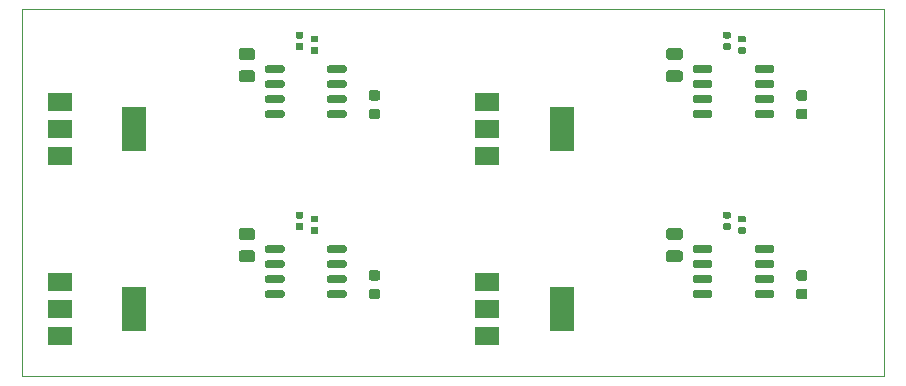
<source format=gbr>
G04 #@! TF.GenerationSoftware,KiCad,Pcbnew,(5.1.5)-3*
G04 #@! TF.CreationDate,2021-07-17T00:54:10+03:00*
G04 #@! TF.ProjectId,kc9102breakout,6b633931-3032-4627-9265-616b6f75742e,rev?*
G04 #@! TF.SameCoordinates,Original*
G04 #@! TF.FileFunction,Paste,Top*
G04 #@! TF.FilePolarity,Positive*
%FSLAX46Y46*%
G04 Gerber Fmt 4.6, Leading zero omitted, Abs format (unit mm)*
G04 Created by KiCad (PCBNEW (5.1.5)-3) date 2021-07-17 00:54:10*
%MOMM*%
%LPD*%
G04 APERTURE LIST*
%ADD10C,0.050000*%
%ADD11C,0.100000*%
%ADD12R,2.000000X1.500000*%
%ADD13R,2.000000X3.800000*%
G04 APERTURE END LIST*
D10*
X42545000Y-100330000D02*
X42545000Y-69215000D01*
X115570000Y-100330000D02*
X42545000Y-100330000D01*
X115570000Y-69215000D02*
X115570000Y-100330000D01*
X42545000Y-69215000D02*
X115570000Y-69215000D01*
D11*
G36*
X62075142Y-87778674D02*
G01*
X62098803Y-87782184D01*
X62122007Y-87787996D01*
X62144529Y-87796054D01*
X62166153Y-87806282D01*
X62186670Y-87818579D01*
X62205883Y-87832829D01*
X62223607Y-87848893D01*
X62239671Y-87866617D01*
X62253921Y-87885830D01*
X62266218Y-87906347D01*
X62276446Y-87927971D01*
X62284504Y-87950493D01*
X62290316Y-87973697D01*
X62293826Y-87997358D01*
X62295000Y-88021250D01*
X62295000Y-88508750D01*
X62293826Y-88532642D01*
X62290316Y-88556303D01*
X62284504Y-88579507D01*
X62276446Y-88602029D01*
X62266218Y-88623653D01*
X62253921Y-88644170D01*
X62239671Y-88663383D01*
X62223607Y-88681107D01*
X62205883Y-88697171D01*
X62186670Y-88711421D01*
X62166153Y-88723718D01*
X62144529Y-88733946D01*
X62122007Y-88742004D01*
X62098803Y-88747816D01*
X62075142Y-88751326D01*
X62051250Y-88752500D01*
X61138750Y-88752500D01*
X61114858Y-88751326D01*
X61091197Y-88747816D01*
X61067993Y-88742004D01*
X61045471Y-88733946D01*
X61023847Y-88723718D01*
X61003330Y-88711421D01*
X60984117Y-88697171D01*
X60966393Y-88681107D01*
X60950329Y-88663383D01*
X60936079Y-88644170D01*
X60923782Y-88623653D01*
X60913554Y-88602029D01*
X60905496Y-88579507D01*
X60899684Y-88556303D01*
X60896174Y-88532642D01*
X60895000Y-88508750D01*
X60895000Y-88021250D01*
X60896174Y-87997358D01*
X60899684Y-87973697D01*
X60905496Y-87950493D01*
X60913554Y-87927971D01*
X60923782Y-87906347D01*
X60936079Y-87885830D01*
X60950329Y-87866617D01*
X60966393Y-87848893D01*
X60984117Y-87832829D01*
X61003330Y-87818579D01*
X61023847Y-87806282D01*
X61045471Y-87796054D01*
X61067993Y-87787996D01*
X61091197Y-87782184D01*
X61114858Y-87778674D01*
X61138750Y-87777500D01*
X62051250Y-87777500D01*
X62075142Y-87778674D01*
G37*
G36*
X62075142Y-89653674D02*
G01*
X62098803Y-89657184D01*
X62122007Y-89662996D01*
X62144529Y-89671054D01*
X62166153Y-89681282D01*
X62186670Y-89693579D01*
X62205883Y-89707829D01*
X62223607Y-89723893D01*
X62239671Y-89741617D01*
X62253921Y-89760830D01*
X62266218Y-89781347D01*
X62276446Y-89802971D01*
X62284504Y-89825493D01*
X62290316Y-89848697D01*
X62293826Y-89872358D01*
X62295000Y-89896250D01*
X62295000Y-90383750D01*
X62293826Y-90407642D01*
X62290316Y-90431303D01*
X62284504Y-90454507D01*
X62276446Y-90477029D01*
X62266218Y-90498653D01*
X62253921Y-90519170D01*
X62239671Y-90538383D01*
X62223607Y-90556107D01*
X62205883Y-90572171D01*
X62186670Y-90586421D01*
X62166153Y-90598718D01*
X62144529Y-90608946D01*
X62122007Y-90617004D01*
X62098803Y-90622816D01*
X62075142Y-90626326D01*
X62051250Y-90627500D01*
X61138750Y-90627500D01*
X61114858Y-90626326D01*
X61091197Y-90622816D01*
X61067993Y-90617004D01*
X61045471Y-90608946D01*
X61023847Y-90598718D01*
X61003330Y-90586421D01*
X60984117Y-90572171D01*
X60966393Y-90556107D01*
X60950329Y-90538383D01*
X60936079Y-90519170D01*
X60923782Y-90498653D01*
X60913554Y-90477029D01*
X60905496Y-90454507D01*
X60899684Y-90431303D01*
X60896174Y-90407642D01*
X60895000Y-90383750D01*
X60895000Y-89896250D01*
X60896174Y-89872358D01*
X60899684Y-89848697D01*
X60905496Y-89825493D01*
X60913554Y-89802971D01*
X60923782Y-89781347D01*
X60936079Y-89760830D01*
X60950329Y-89741617D01*
X60966393Y-89723893D01*
X60984117Y-89707829D01*
X61003330Y-89693579D01*
X61023847Y-89681282D01*
X61045471Y-89671054D01*
X61067993Y-89662996D01*
X61091197Y-89657184D01*
X61114858Y-89653674D01*
X61138750Y-89652500D01*
X62051250Y-89652500D01*
X62075142Y-89653674D01*
G37*
G36*
X69904703Y-89235722D02*
G01*
X69919264Y-89237882D01*
X69933543Y-89241459D01*
X69947403Y-89246418D01*
X69960710Y-89252712D01*
X69973336Y-89260280D01*
X69985159Y-89269048D01*
X69996066Y-89278934D01*
X70005952Y-89289841D01*
X70014720Y-89301664D01*
X70022288Y-89314290D01*
X70028582Y-89327597D01*
X70033541Y-89341457D01*
X70037118Y-89355736D01*
X70039278Y-89370297D01*
X70040000Y-89385000D01*
X70040000Y-89685000D01*
X70039278Y-89699703D01*
X70037118Y-89714264D01*
X70033541Y-89728543D01*
X70028582Y-89742403D01*
X70022288Y-89755710D01*
X70014720Y-89768336D01*
X70005952Y-89780159D01*
X69996066Y-89791066D01*
X69985159Y-89800952D01*
X69973336Y-89809720D01*
X69960710Y-89817288D01*
X69947403Y-89823582D01*
X69933543Y-89828541D01*
X69919264Y-89832118D01*
X69904703Y-89834278D01*
X69890000Y-89835000D01*
X68540000Y-89835000D01*
X68525297Y-89834278D01*
X68510736Y-89832118D01*
X68496457Y-89828541D01*
X68482597Y-89823582D01*
X68469290Y-89817288D01*
X68456664Y-89809720D01*
X68444841Y-89800952D01*
X68433934Y-89791066D01*
X68424048Y-89780159D01*
X68415280Y-89768336D01*
X68407712Y-89755710D01*
X68401418Y-89742403D01*
X68396459Y-89728543D01*
X68392882Y-89714264D01*
X68390722Y-89699703D01*
X68390000Y-89685000D01*
X68390000Y-89385000D01*
X68390722Y-89370297D01*
X68392882Y-89355736D01*
X68396459Y-89341457D01*
X68401418Y-89327597D01*
X68407712Y-89314290D01*
X68415280Y-89301664D01*
X68424048Y-89289841D01*
X68433934Y-89278934D01*
X68444841Y-89269048D01*
X68456664Y-89260280D01*
X68469290Y-89252712D01*
X68482597Y-89246418D01*
X68496457Y-89241459D01*
X68510736Y-89237882D01*
X68525297Y-89235722D01*
X68540000Y-89235000D01*
X69890000Y-89235000D01*
X69904703Y-89235722D01*
G37*
G36*
X69904703Y-90505722D02*
G01*
X69919264Y-90507882D01*
X69933543Y-90511459D01*
X69947403Y-90516418D01*
X69960710Y-90522712D01*
X69973336Y-90530280D01*
X69985159Y-90539048D01*
X69996066Y-90548934D01*
X70005952Y-90559841D01*
X70014720Y-90571664D01*
X70022288Y-90584290D01*
X70028582Y-90597597D01*
X70033541Y-90611457D01*
X70037118Y-90625736D01*
X70039278Y-90640297D01*
X70040000Y-90655000D01*
X70040000Y-90955000D01*
X70039278Y-90969703D01*
X70037118Y-90984264D01*
X70033541Y-90998543D01*
X70028582Y-91012403D01*
X70022288Y-91025710D01*
X70014720Y-91038336D01*
X70005952Y-91050159D01*
X69996066Y-91061066D01*
X69985159Y-91070952D01*
X69973336Y-91079720D01*
X69960710Y-91087288D01*
X69947403Y-91093582D01*
X69933543Y-91098541D01*
X69919264Y-91102118D01*
X69904703Y-91104278D01*
X69890000Y-91105000D01*
X68540000Y-91105000D01*
X68525297Y-91104278D01*
X68510736Y-91102118D01*
X68496457Y-91098541D01*
X68482597Y-91093582D01*
X68469290Y-91087288D01*
X68456664Y-91079720D01*
X68444841Y-91070952D01*
X68433934Y-91061066D01*
X68424048Y-91050159D01*
X68415280Y-91038336D01*
X68407712Y-91025710D01*
X68401418Y-91012403D01*
X68396459Y-90998543D01*
X68392882Y-90984264D01*
X68390722Y-90969703D01*
X68390000Y-90955000D01*
X68390000Y-90655000D01*
X68390722Y-90640297D01*
X68392882Y-90625736D01*
X68396459Y-90611457D01*
X68401418Y-90597597D01*
X68407712Y-90584290D01*
X68415280Y-90571664D01*
X68424048Y-90559841D01*
X68433934Y-90548934D01*
X68444841Y-90539048D01*
X68456664Y-90530280D01*
X68469290Y-90522712D01*
X68482597Y-90516418D01*
X68496457Y-90511459D01*
X68510736Y-90507882D01*
X68525297Y-90505722D01*
X68540000Y-90505000D01*
X69890000Y-90505000D01*
X69904703Y-90505722D01*
G37*
G36*
X69904703Y-91775722D02*
G01*
X69919264Y-91777882D01*
X69933543Y-91781459D01*
X69947403Y-91786418D01*
X69960710Y-91792712D01*
X69973336Y-91800280D01*
X69985159Y-91809048D01*
X69996066Y-91818934D01*
X70005952Y-91829841D01*
X70014720Y-91841664D01*
X70022288Y-91854290D01*
X70028582Y-91867597D01*
X70033541Y-91881457D01*
X70037118Y-91895736D01*
X70039278Y-91910297D01*
X70040000Y-91925000D01*
X70040000Y-92225000D01*
X70039278Y-92239703D01*
X70037118Y-92254264D01*
X70033541Y-92268543D01*
X70028582Y-92282403D01*
X70022288Y-92295710D01*
X70014720Y-92308336D01*
X70005952Y-92320159D01*
X69996066Y-92331066D01*
X69985159Y-92340952D01*
X69973336Y-92349720D01*
X69960710Y-92357288D01*
X69947403Y-92363582D01*
X69933543Y-92368541D01*
X69919264Y-92372118D01*
X69904703Y-92374278D01*
X69890000Y-92375000D01*
X68540000Y-92375000D01*
X68525297Y-92374278D01*
X68510736Y-92372118D01*
X68496457Y-92368541D01*
X68482597Y-92363582D01*
X68469290Y-92357288D01*
X68456664Y-92349720D01*
X68444841Y-92340952D01*
X68433934Y-92331066D01*
X68424048Y-92320159D01*
X68415280Y-92308336D01*
X68407712Y-92295710D01*
X68401418Y-92282403D01*
X68396459Y-92268543D01*
X68392882Y-92254264D01*
X68390722Y-92239703D01*
X68390000Y-92225000D01*
X68390000Y-91925000D01*
X68390722Y-91910297D01*
X68392882Y-91895736D01*
X68396459Y-91881457D01*
X68401418Y-91867597D01*
X68407712Y-91854290D01*
X68415280Y-91841664D01*
X68424048Y-91829841D01*
X68433934Y-91818934D01*
X68444841Y-91809048D01*
X68456664Y-91800280D01*
X68469290Y-91792712D01*
X68482597Y-91786418D01*
X68496457Y-91781459D01*
X68510736Y-91777882D01*
X68525297Y-91775722D01*
X68540000Y-91775000D01*
X69890000Y-91775000D01*
X69904703Y-91775722D01*
G37*
G36*
X69904703Y-93045722D02*
G01*
X69919264Y-93047882D01*
X69933543Y-93051459D01*
X69947403Y-93056418D01*
X69960710Y-93062712D01*
X69973336Y-93070280D01*
X69985159Y-93079048D01*
X69996066Y-93088934D01*
X70005952Y-93099841D01*
X70014720Y-93111664D01*
X70022288Y-93124290D01*
X70028582Y-93137597D01*
X70033541Y-93151457D01*
X70037118Y-93165736D01*
X70039278Y-93180297D01*
X70040000Y-93195000D01*
X70040000Y-93495000D01*
X70039278Y-93509703D01*
X70037118Y-93524264D01*
X70033541Y-93538543D01*
X70028582Y-93552403D01*
X70022288Y-93565710D01*
X70014720Y-93578336D01*
X70005952Y-93590159D01*
X69996066Y-93601066D01*
X69985159Y-93610952D01*
X69973336Y-93619720D01*
X69960710Y-93627288D01*
X69947403Y-93633582D01*
X69933543Y-93638541D01*
X69919264Y-93642118D01*
X69904703Y-93644278D01*
X69890000Y-93645000D01*
X68540000Y-93645000D01*
X68525297Y-93644278D01*
X68510736Y-93642118D01*
X68496457Y-93638541D01*
X68482597Y-93633582D01*
X68469290Y-93627288D01*
X68456664Y-93619720D01*
X68444841Y-93610952D01*
X68433934Y-93601066D01*
X68424048Y-93590159D01*
X68415280Y-93578336D01*
X68407712Y-93565710D01*
X68401418Y-93552403D01*
X68396459Y-93538543D01*
X68392882Y-93524264D01*
X68390722Y-93509703D01*
X68390000Y-93495000D01*
X68390000Y-93195000D01*
X68390722Y-93180297D01*
X68392882Y-93165736D01*
X68396459Y-93151457D01*
X68401418Y-93137597D01*
X68407712Y-93124290D01*
X68415280Y-93111664D01*
X68424048Y-93099841D01*
X68433934Y-93088934D01*
X68444841Y-93079048D01*
X68456664Y-93070280D01*
X68469290Y-93062712D01*
X68482597Y-93056418D01*
X68496457Y-93051459D01*
X68510736Y-93047882D01*
X68525297Y-93045722D01*
X68540000Y-93045000D01*
X69890000Y-93045000D01*
X69904703Y-93045722D01*
G37*
G36*
X64654703Y-93045722D02*
G01*
X64669264Y-93047882D01*
X64683543Y-93051459D01*
X64697403Y-93056418D01*
X64710710Y-93062712D01*
X64723336Y-93070280D01*
X64735159Y-93079048D01*
X64746066Y-93088934D01*
X64755952Y-93099841D01*
X64764720Y-93111664D01*
X64772288Y-93124290D01*
X64778582Y-93137597D01*
X64783541Y-93151457D01*
X64787118Y-93165736D01*
X64789278Y-93180297D01*
X64790000Y-93195000D01*
X64790000Y-93495000D01*
X64789278Y-93509703D01*
X64787118Y-93524264D01*
X64783541Y-93538543D01*
X64778582Y-93552403D01*
X64772288Y-93565710D01*
X64764720Y-93578336D01*
X64755952Y-93590159D01*
X64746066Y-93601066D01*
X64735159Y-93610952D01*
X64723336Y-93619720D01*
X64710710Y-93627288D01*
X64697403Y-93633582D01*
X64683543Y-93638541D01*
X64669264Y-93642118D01*
X64654703Y-93644278D01*
X64640000Y-93645000D01*
X63290000Y-93645000D01*
X63275297Y-93644278D01*
X63260736Y-93642118D01*
X63246457Y-93638541D01*
X63232597Y-93633582D01*
X63219290Y-93627288D01*
X63206664Y-93619720D01*
X63194841Y-93610952D01*
X63183934Y-93601066D01*
X63174048Y-93590159D01*
X63165280Y-93578336D01*
X63157712Y-93565710D01*
X63151418Y-93552403D01*
X63146459Y-93538543D01*
X63142882Y-93524264D01*
X63140722Y-93509703D01*
X63140000Y-93495000D01*
X63140000Y-93195000D01*
X63140722Y-93180297D01*
X63142882Y-93165736D01*
X63146459Y-93151457D01*
X63151418Y-93137597D01*
X63157712Y-93124290D01*
X63165280Y-93111664D01*
X63174048Y-93099841D01*
X63183934Y-93088934D01*
X63194841Y-93079048D01*
X63206664Y-93070280D01*
X63219290Y-93062712D01*
X63232597Y-93056418D01*
X63246457Y-93051459D01*
X63260736Y-93047882D01*
X63275297Y-93045722D01*
X63290000Y-93045000D01*
X64640000Y-93045000D01*
X64654703Y-93045722D01*
G37*
G36*
X64654703Y-91775722D02*
G01*
X64669264Y-91777882D01*
X64683543Y-91781459D01*
X64697403Y-91786418D01*
X64710710Y-91792712D01*
X64723336Y-91800280D01*
X64735159Y-91809048D01*
X64746066Y-91818934D01*
X64755952Y-91829841D01*
X64764720Y-91841664D01*
X64772288Y-91854290D01*
X64778582Y-91867597D01*
X64783541Y-91881457D01*
X64787118Y-91895736D01*
X64789278Y-91910297D01*
X64790000Y-91925000D01*
X64790000Y-92225000D01*
X64789278Y-92239703D01*
X64787118Y-92254264D01*
X64783541Y-92268543D01*
X64778582Y-92282403D01*
X64772288Y-92295710D01*
X64764720Y-92308336D01*
X64755952Y-92320159D01*
X64746066Y-92331066D01*
X64735159Y-92340952D01*
X64723336Y-92349720D01*
X64710710Y-92357288D01*
X64697403Y-92363582D01*
X64683543Y-92368541D01*
X64669264Y-92372118D01*
X64654703Y-92374278D01*
X64640000Y-92375000D01*
X63290000Y-92375000D01*
X63275297Y-92374278D01*
X63260736Y-92372118D01*
X63246457Y-92368541D01*
X63232597Y-92363582D01*
X63219290Y-92357288D01*
X63206664Y-92349720D01*
X63194841Y-92340952D01*
X63183934Y-92331066D01*
X63174048Y-92320159D01*
X63165280Y-92308336D01*
X63157712Y-92295710D01*
X63151418Y-92282403D01*
X63146459Y-92268543D01*
X63142882Y-92254264D01*
X63140722Y-92239703D01*
X63140000Y-92225000D01*
X63140000Y-91925000D01*
X63140722Y-91910297D01*
X63142882Y-91895736D01*
X63146459Y-91881457D01*
X63151418Y-91867597D01*
X63157712Y-91854290D01*
X63165280Y-91841664D01*
X63174048Y-91829841D01*
X63183934Y-91818934D01*
X63194841Y-91809048D01*
X63206664Y-91800280D01*
X63219290Y-91792712D01*
X63232597Y-91786418D01*
X63246457Y-91781459D01*
X63260736Y-91777882D01*
X63275297Y-91775722D01*
X63290000Y-91775000D01*
X64640000Y-91775000D01*
X64654703Y-91775722D01*
G37*
G36*
X64654703Y-90505722D02*
G01*
X64669264Y-90507882D01*
X64683543Y-90511459D01*
X64697403Y-90516418D01*
X64710710Y-90522712D01*
X64723336Y-90530280D01*
X64735159Y-90539048D01*
X64746066Y-90548934D01*
X64755952Y-90559841D01*
X64764720Y-90571664D01*
X64772288Y-90584290D01*
X64778582Y-90597597D01*
X64783541Y-90611457D01*
X64787118Y-90625736D01*
X64789278Y-90640297D01*
X64790000Y-90655000D01*
X64790000Y-90955000D01*
X64789278Y-90969703D01*
X64787118Y-90984264D01*
X64783541Y-90998543D01*
X64778582Y-91012403D01*
X64772288Y-91025710D01*
X64764720Y-91038336D01*
X64755952Y-91050159D01*
X64746066Y-91061066D01*
X64735159Y-91070952D01*
X64723336Y-91079720D01*
X64710710Y-91087288D01*
X64697403Y-91093582D01*
X64683543Y-91098541D01*
X64669264Y-91102118D01*
X64654703Y-91104278D01*
X64640000Y-91105000D01*
X63290000Y-91105000D01*
X63275297Y-91104278D01*
X63260736Y-91102118D01*
X63246457Y-91098541D01*
X63232597Y-91093582D01*
X63219290Y-91087288D01*
X63206664Y-91079720D01*
X63194841Y-91070952D01*
X63183934Y-91061066D01*
X63174048Y-91050159D01*
X63165280Y-91038336D01*
X63157712Y-91025710D01*
X63151418Y-91012403D01*
X63146459Y-90998543D01*
X63142882Y-90984264D01*
X63140722Y-90969703D01*
X63140000Y-90955000D01*
X63140000Y-90655000D01*
X63140722Y-90640297D01*
X63142882Y-90625736D01*
X63146459Y-90611457D01*
X63151418Y-90597597D01*
X63157712Y-90584290D01*
X63165280Y-90571664D01*
X63174048Y-90559841D01*
X63183934Y-90548934D01*
X63194841Y-90539048D01*
X63206664Y-90530280D01*
X63219290Y-90522712D01*
X63232597Y-90516418D01*
X63246457Y-90511459D01*
X63260736Y-90507882D01*
X63275297Y-90505722D01*
X63290000Y-90505000D01*
X64640000Y-90505000D01*
X64654703Y-90505722D01*
G37*
G36*
X64654703Y-89235722D02*
G01*
X64669264Y-89237882D01*
X64683543Y-89241459D01*
X64697403Y-89246418D01*
X64710710Y-89252712D01*
X64723336Y-89260280D01*
X64735159Y-89269048D01*
X64746066Y-89278934D01*
X64755952Y-89289841D01*
X64764720Y-89301664D01*
X64772288Y-89314290D01*
X64778582Y-89327597D01*
X64783541Y-89341457D01*
X64787118Y-89355736D01*
X64789278Y-89370297D01*
X64790000Y-89385000D01*
X64790000Y-89685000D01*
X64789278Y-89699703D01*
X64787118Y-89714264D01*
X64783541Y-89728543D01*
X64778582Y-89742403D01*
X64772288Y-89755710D01*
X64764720Y-89768336D01*
X64755952Y-89780159D01*
X64746066Y-89791066D01*
X64735159Y-89800952D01*
X64723336Y-89809720D01*
X64710710Y-89817288D01*
X64697403Y-89823582D01*
X64683543Y-89828541D01*
X64669264Y-89832118D01*
X64654703Y-89834278D01*
X64640000Y-89835000D01*
X63290000Y-89835000D01*
X63275297Y-89834278D01*
X63260736Y-89832118D01*
X63246457Y-89828541D01*
X63232597Y-89823582D01*
X63219290Y-89817288D01*
X63206664Y-89809720D01*
X63194841Y-89800952D01*
X63183934Y-89791066D01*
X63174048Y-89780159D01*
X63165280Y-89768336D01*
X63157712Y-89755710D01*
X63151418Y-89742403D01*
X63146459Y-89728543D01*
X63142882Y-89714264D01*
X63140722Y-89699703D01*
X63140000Y-89685000D01*
X63140000Y-89385000D01*
X63140722Y-89370297D01*
X63142882Y-89355736D01*
X63146459Y-89341457D01*
X63151418Y-89327597D01*
X63157712Y-89314290D01*
X63165280Y-89301664D01*
X63174048Y-89289841D01*
X63183934Y-89278934D01*
X63194841Y-89269048D01*
X63206664Y-89260280D01*
X63219290Y-89252712D01*
X63232597Y-89246418D01*
X63246457Y-89241459D01*
X63260736Y-89237882D01*
X63275297Y-89235722D01*
X63290000Y-89235000D01*
X64640000Y-89235000D01*
X64654703Y-89235722D01*
G37*
G36*
X72667691Y-91333553D02*
G01*
X72688926Y-91336703D01*
X72709750Y-91341919D01*
X72729962Y-91349151D01*
X72749368Y-91358330D01*
X72767781Y-91369366D01*
X72785024Y-91382154D01*
X72800930Y-91396570D01*
X72815346Y-91412476D01*
X72828134Y-91429719D01*
X72839170Y-91448132D01*
X72848349Y-91467538D01*
X72855581Y-91487750D01*
X72860797Y-91508574D01*
X72863947Y-91529809D01*
X72865000Y-91551250D01*
X72865000Y-91988750D01*
X72863947Y-92010191D01*
X72860797Y-92031426D01*
X72855581Y-92052250D01*
X72848349Y-92072462D01*
X72839170Y-92091868D01*
X72828134Y-92110281D01*
X72815346Y-92127524D01*
X72800930Y-92143430D01*
X72785024Y-92157846D01*
X72767781Y-92170634D01*
X72749368Y-92181670D01*
X72729962Y-92190849D01*
X72709750Y-92198081D01*
X72688926Y-92203297D01*
X72667691Y-92206447D01*
X72646250Y-92207500D01*
X72133750Y-92207500D01*
X72112309Y-92206447D01*
X72091074Y-92203297D01*
X72070250Y-92198081D01*
X72050038Y-92190849D01*
X72030632Y-92181670D01*
X72012219Y-92170634D01*
X71994976Y-92157846D01*
X71979070Y-92143430D01*
X71964654Y-92127524D01*
X71951866Y-92110281D01*
X71940830Y-92091868D01*
X71931651Y-92072462D01*
X71924419Y-92052250D01*
X71919203Y-92031426D01*
X71916053Y-92010191D01*
X71915000Y-91988750D01*
X71915000Y-91551250D01*
X71916053Y-91529809D01*
X71919203Y-91508574D01*
X71924419Y-91487750D01*
X71931651Y-91467538D01*
X71940830Y-91448132D01*
X71951866Y-91429719D01*
X71964654Y-91412476D01*
X71979070Y-91396570D01*
X71994976Y-91382154D01*
X72012219Y-91369366D01*
X72030632Y-91358330D01*
X72050038Y-91349151D01*
X72070250Y-91341919D01*
X72091074Y-91336703D01*
X72112309Y-91333553D01*
X72133750Y-91332500D01*
X72646250Y-91332500D01*
X72667691Y-91333553D01*
G37*
G36*
X72667691Y-92908553D02*
G01*
X72688926Y-92911703D01*
X72709750Y-92916919D01*
X72729962Y-92924151D01*
X72749368Y-92933330D01*
X72767781Y-92944366D01*
X72785024Y-92957154D01*
X72800930Y-92971570D01*
X72815346Y-92987476D01*
X72828134Y-93004719D01*
X72839170Y-93023132D01*
X72848349Y-93042538D01*
X72855581Y-93062750D01*
X72860797Y-93083574D01*
X72863947Y-93104809D01*
X72865000Y-93126250D01*
X72865000Y-93563750D01*
X72863947Y-93585191D01*
X72860797Y-93606426D01*
X72855581Y-93627250D01*
X72848349Y-93647462D01*
X72839170Y-93666868D01*
X72828134Y-93685281D01*
X72815346Y-93702524D01*
X72800930Y-93718430D01*
X72785024Y-93732846D01*
X72767781Y-93745634D01*
X72749368Y-93756670D01*
X72729962Y-93765849D01*
X72709750Y-93773081D01*
X72688926Y-93778297D01*
X72667691Y-93781447D01*
X72646250Y-93782500D01*
X72133750Y-93782500D01*
X72112309Y-93781447D01*
X72091074Y-93778297D01*
X72070250Y-93773081D01*
X72050038Y-93765849D01*
X72030632Y-93756670D01*
X72012219Y-93745634D01*
X71994976Y-93732846D01*
X71979070Y-93718430D01*
X71964654Y-93702524D01*
X71951866Y-93685281D01*
X71940830Y-93666868D01*
X71931651Y-93647462D01*
X71924419Y-93627250D01*
X71919203Y-93606426D01*
X71916053Y-93585191D01*
X71915000Y-93563750D01*
X71915000Y-93126250D01*
X71916053Y-93104809D01*
X71919203Y-93083574D01*
X71924419Y-93062750D01*
X71931651Y-93042538D01*
X71940830Y-93023132D01*
X71951866Y-93004719D01*
X71964654Y-92987476D01*
X71979070Y-92971570D01*
X71994976Y-92957154D01*
X72012219Y-92944366D01*
X72030632Y-92933330D01*
X72050038Y-92924151D01*
X72070250Y-92916919D01*
X72091074Y-92911703D01*
X72112309Y-92908553D01*
X72133750Y-92907500D01*
X72646250Y-92907500D01*
X72667691Y-92908553D01*
G37*
G36*
X67496958Y-86700710D02*
G01*
X67511276Y-86702834D01*
X67525317Y-86706351D01*
X67538946Y-86711228D01*
X67552031Y-86717417D01*
X67564447Y-86724858D01*
X67576073Y-86733481D01*
X67586798Y-86743202D01*
X67596519Y-86753927D01*
X67605142Y-86765553D01*
X67612583Y-86777969D01*
X67618772Y-86791054D01*
X67623649Y-86804683D01*
X67627166Y-86818724D01*
X67629290Y-86833042D01*
X67630000Y-86847500D01*
X67630000Y-87142500D01*
X67629290Y-87156958D01*
X67627166Y-87171276D01*
X67623649Y-87185317D01*
X67618772Y-87198946D01*
X67612583Y-87212031D01*
X67605142Y-87224447D01*
X67596519Y-87236073D01*
X67586798Y-87246798D01*
X67576073Y-87256519D01*
X67564447Y-87265142D01*
X67552031Y-87272583D01*
X67538946Y-87278772D01*
X67525317Y-87283649D01*
X67511276Y-87287166D01*
X67496958Y-87289290D01*
X67482500Y-87290000D01*
X67137500Y-87290000D01*
X67123042Y-87289290D01*
X67108724Y-87287166D01*
X67094683Y-87283649D01*
X67081054Y-87278772D01*
X67067969Y-87272583D01*
X67055553Y-87265142D01*
X67043927Y-87256519D01*
X67033202Y-87246798D01*
X67023481Y-87236073D01*
X67014858Y-87224447D01*
X67007417Y-87212031D01*
X67001228Y-87198946D01*
X66996351Y-87185317D01*
X66992834Y-87171276D01*
X66990710Y-87156958D01*
X66990000Y-87142500D01*
X66990000Y-86847500D01*
X66990710Y-86833042D01*
X66992834Y-86818724D01*
X66996351Y-86804683D01*
X67001228Y-86791054D01*
X67007417Y-86777969D01*
X67014858Y-86765553D01*
X67023481Y-86753927D01*
X67033202Y-86743202D01*
X67043927Y-86733481D01*
X67055553Y-86724858D01*
X67067969Y-86717417D01*
X67081054Y-86711228D01*
X67094683Y-86706351D01*
X67108724Y-86702834D01*
X67123042Y-86700710D01*
X67137500Y-86700000D01*
X67482500Y-86700000D01*
X67496958Y-86700710D01*
G37*
G36*
X67496958Y-87670710D02*
G01*
X67511276Y-87672834D01*
X67525317Y-87676351D01*
X67538946Y-87681228D01*
X67552031Y-87687417D01*
X67564447Y-87694858D01*
X67576073Y-87703481D01*
X67586798Y-87713202D01*
X67596519Y-87723927D01*
X67605142Y-87735553D01*
X67612583Y-87747969D01*
X67618772Y-87761054D01*
X67623649Y-87774683D01*
X67627166Y-87788724D01*
X67629290Y-87803042D01*
X67630000Y-87817500D01*
X67630000Y-88112500D01*
X67629290Y-88126958D01*
X67627166Y-88141276D01*
X67623649Y-88155317D01*
X67618772Y-88168946D01*
X67612583Y-88182031D01*
X67605142Y-88194447D01*
X67596519Y-88206073D01*
X67586798Y-88216798D01*
X67576073Y-88226519D01*
X67564447Y-88235142D01*
X67552031Y-88242583D01*
X67538946Y-88248772D01*
X67525317Y-88253649D01*
X67511276Y-88257166D01*
X67496958Y-88259290D01*
X67482500Y-88260000D01*
X67137500Y-88260000D01*
X67123042Y-88259290D01*
X67108724Y-88257166D01*
X67094683Y-88253649D01*
X67081054Y-88248772D01*
X67067969Y-88242583D01*
X67055553Y-88235142D01*
X67043927Y-88226519D01*
X67033202Y-88216798D01*
X67023481Y-88206073D01*
X67014858Y-88194447D01*
X67007417Y-88182031D01*
X67001228Y-88168946D01*
X66996351Y-88155317D01*
X66992834Y-88141276D01*
X66990710Y-88126958D01*
X66990000Y-88112500D01*
X66990000Y-87817500D01*
X66990710Y-87803042D01*
X66992834Y-87788724D01*
X66996351Y-87774683D01*
X67001228Y-87761054D01*
X67007417Y-87747969D01*
X67014858Y-87735553D01*
X67023481Y-87723927D01*
X67033202Y-87713202D01*
X67043927Y-87703481D01*
X67055553Y-87694858D01*
X67067969Y-87687417D01*
X67081054Y-87681228D01*
X67094683Y-87676351D01*
X67108724Y-87672834D01*
X67123042Y-87670710D01*
X67137500Y-87670000D01*
X67482500Y-87670000D01*
X67496958Y-87670710D01*
G37*
G36*
X66226958Y-86365710D02*
G01*
X66241276Y-86367834D01*
X66255317Y-86371351D01*
X66268946Y-86376228D01*
X66282031Y-86382417D01*
X66294447Y-86389858D01*
X66306073Y-86398481D01*
X66316798Y-86408202D01*
X66326519Y-86418927D01*
X66335142Y-86430553D01*
X66342583Y-86442969D01*
X66348772Y-86456054D01*
X66353649Y-86469683D01*
X66357166Y-86483724D01*
X66359290Y-86498042D01*
X66360000Y-86512500D01*
X66360000Y-86807500D01*
X66359290Y-86821958D01*
X66357166Y-86836276D01*
X66353649Y-86850317D01*
X66348772Y-86863946D01*
X66342583Y-86877031D01*
X66335142Y-86889447D01*
X66326519Y-86901073D01*
X66316798Y-86911798D01*
X66306073Y-86921519D01*
X66294447Y-86930142D01*
X66282031Y-86937583D01*
X66268946Y-86943772D01*
X66255317Y-86948649D01*
X66241276Y-86952166D01*
X66226958Y-86954290D01*
X66212500Y-86955000D01*
X65867500Y-86955000D01*
X65853042Y-86954290D01*
X65838724Y-86952166D01*
X65824683Y-86948649D01*
X65811054Y-86943772D01*
X65797969Y-86937583D01*
X65785553Y-86930142D01*
X65773927Y-86921519D01*
X65763202Y-86911798D01*
X65753481Y-86901073D01*
X65744858Y-86889447D01*
X65737417Y-86877031D01*
X65731228Y-86863946D01*
X65726351Y-86850317D01*
X65722834Y-86836276D01*
X65720710Y-86821958D01*
X65720000Y-86807500D01*
X65720000Y-86512500D01*
X65720710Y-86498042D01*
X65722834Y-86483724D01*
X65726351Y-86469683D01*
X65731228Y-86456054D01*
X65737417Y-86442969D01*
X65744858Y-86430553D01*
X65753481Y-86418927D01*
X65763202Y-86408202D01*
X65773927Y-86398481D01*
X65785553Y-86389858D01*
X65797969Y-86382417D01*
X65811054Y-86376228D01*
X65824683Y-86371351D01*
X65838724Y-86367834D01*
X65853042Y-86365710D01*
X65867500Y-86365000D01*
X66212500Y-86365000D01*
X66226958Y-86365710D01*
G37*
G36*
X66226958Y-87335710D02*
G01*
X66241276Y-87337834D01*
X66255317Y-87341351D01*
X66268946Y-87346228D01*
X66282031Y-87352417D01*
X66294447Y-87359858D01*
X66306073Y-87368481D01*
X66316798Y-87378202D01*
X66326519Y-87388927D01*
X66335142Y-87400553D01*
X66342583Y-87412969D01*
X66348772Y-87426054D01*
X66353649Y-87439683D01*
X66357166Y-87453724D01*
X66359290Y-87468042D01*
X66360000Y-87482500D01*
X66360000Y-87777500D01*
X66359290Y-87791958D01*
X66357166Y-87806276D01*
X66353649Y-87820317D01*
X66348772Y-87833946D01*
X66342583Y-87847031D01*
X66335142Y-87859447D01*
X66326519Y-87871073D01*
X66316798Y-87881798D01*
X66306073Y-87891519D01*
X66294447Y-87900142D01*
X66282031Y-87907583D01*
X66268946Y-87913772D01*
X66255317Y-87918649D01*
X66241276Y-87922166D01*
X66226958Y-87924290D01*
X66212500Y-87925000D01*
X65867500Y-87925000D01*
X65853042Y-87924290D01*
X65838724Y-87922166D01*
X65824683Y-87918649D01*
X65811054Y-87913772D01*
X65797969Y-87907583D01*
X65785553Y-87900142D01*
X65773927Y-87891519D01*
X65763202Y-87881798D01*
X65753481Y-87871073D01*
X65744858Y-87859447D01*
X65737417Y-87847031D01*
X65731228Y-87833946D01*
X65726351Y-87820317D01*
X65722834Y-87806276D01*
X65720710Y-87791958D01*
X65720000Y-87777500D01*
X65720000Y-87482500D01*
X65720710Y-87468042D01*
X65722834Y-87453724D01*
X65726351Y-87439683D01*
X65731228Y-87426054D01*
X65737417Y-87412969D01*
X65744858Y-87400553D01*
X65753481Y-87388927D01*
X65763202Y-87378202D01*
X65773927Y-87368481D01*
X65785553Y-87359858D01*
X65797969Y-87352417D01*
X65811054Y-87346228D01*
X65824683Y-87341351D01*
X65838724Y-87337834D01*
X65853042Y-87335710D01*
X65867500Y-87335000D01*
X66212500Y-87335000D01*
X66226958Y-87335710D01*
G37*
D12*
X45745000Y-92315000D03*
X45745000Y-96915000D03*
X45745000Y-94615000D03*
D13*
X52045000Y-94615000D03*
D11*
G36*
X64654703Y-73995722D02*
G01*
X64669264Y-73997882D01*
X64683543Y-74001459D01*
X64697403Y-74006418D01*
X64710710Y-74012712D01*
X64723336Y-74020280D01*
X64735159Y-74029048D01*
X64746066Y-74038934D01*
X64755952Y-74049841D01*
X64764720Y-74061664D01*
X64772288Y-74074290D01*
X64778582Y-74087597D01*
X64783541Y-74101457D01*
X64787118Y-74115736D01*
X64789278Y-74130297D01*
X64790000Y-74145000D01*
X64790000Y-74445000D01*
X64789278Y-74459703D01*
X64787118Y-74474264D01*
X64783541Y-74488543D01*
X64778582Y-74502403D01*
X64772288Y-74515710D01*
X64764720Y-74528336D01*
X64755952Y-74540159D01*
X64746066Y-74551066D01*
X64735159Y-74560952D01*
X64723336Y-74569720D01*
X64710710Y-74577288D01*
X64697403Y-74583582D01*
X64683543Y-74588541D01*
X64669264Y-74592118D01*
X64654703Y-74594278D01*
X64640000Y-74595000D01*
X63290000Y-74595000D01*
X63275297Y-74594278D01*
X63260736Y-74592118D01*
X63246457Y-74588541D01*
X63232597Y-74583582D01*
X63219290Y-74577288D01*
X63206664Y-74569720D01*
X63194841Y-74560952D01*
X63183934Y-74551066D01*
X63174048Y-74540159D01*
X63165280Y-74528336D01*
X63157712Y-74515710D01*
X63151418Y-74502403D01*
X63146459Y-74488543D01*
X63142882Y-74474264D01*
X63140722Y-74459703D01*
X63140000Y-74445000D01*
X63140000Y-74145000D01*
X63140722Y-74130297D01*
X63142882Y-74115736D01*
X63146459Y-74101457D01*
X63151418Y-74087597D01*
X63157712Y-74074290D01*
X63165280Y-74061664D01*
X63174048Y-74049841D01*
X63183934Y-74038934D01*
X63194841Y-74029048D01*
X63206664Y-74020280D01*
X63219290Y-74012712D01*
X63232597Y-74006418D01*
X63246457Y-74001459D01*
X63260736Y-73997882D01*
X63275297Y-73995722D01*
X63290000Y-73995000D01*
X64640000Y-73995000D01*
X64654703Y-73995722D01*
G37*
G36*
X64654703Y-75265722D02*
G01*
X64669264Y-75267882D01*
X64683543Y-75271459D01*
X64697403Y-75276418D01*
X64710710Y-75282712D01*
X64723336Y-75290280D01*
X64735159Y-75299048D01*
X64746066Y-75308934D01*
X64755952Y-75319841D01*
X64764720Y-75331664D01*
X64772288Y-75344290D01*
X64778582Y-75357597D01*
X64783541Y-75371457D01*
X64787118Y-75385736D01*
X64789278Y-75400297D01*
X64790000Y-75415000D01*
X64790000Y-75715000D01*
X64789278Y-75729703D01*
X64787118Y-75744264D01*
X64783541Y-75758543D01*
X64778582Y-75772403D01*
X64772288Y-75785710D01*
X64764720Y-75798336D01*
X64755952Y-75810159D01*
X64746066Y-75821066D01*
X64735159Y-75830952D01*
X64723336Y-75839720D01*
X64710710Y-75847288D01*
X64697403Y-75853582D01*
X64683543Y-75858541D01*
X64669264Y-75862118D01*
X64654703Y-75864278D01*
X64640000Y-75865000D01*
X63290000Y-75865000D01*
X63275297Y-75864278D01*
X63260736Y-75862118D01*
X63246457Y-75858541D01*
X63232597Y-75853582D01*
X63219290Y-75847288D01*
X63206664Y-75839720D01*
X63194841Y-75830952D01*
X63183934Y-75821066D01*
X63174048Y-75810159D01*
X63165280Y-75798336D01*
X63157712Y-75785710D01*
X63151418Y-75772403D01*
X63146459Y-75758543D01*
X63142882Y-75744264D01*
X63140722Y-75729703D01*
X63140000Y-75715000D01*
X63140000Y-75415000D01*
X63140722Y-75400297D01*
X63142882Y-75385736D01*
X63146459Y-75371457D01*
X63151418Y-75357597D01*
X63157712Y-75344290D01*
X63165280Y-75331664D01*
X63174048Y-75319841D01*
X63183934Y-75308934D01*
X63194841Y-75299048D01*
X63206664Y-75290280D01*
X63219290Y-75282712D01*
X63232597Y-75276418D01*
X63246457Y-75271459D01*
X63260736Y-75267882D01*
X63275297Y-75265722D01*
X63290000Y-75265000D01*
X64640000Y-75265000D01*
X64654703Y-75265722D01*
G37*
G36*
X64654703Y-76535722D02*
G01*
X64669264Y-76537882D01*
X64683543Y-76541459D01*
X64697403Y-76546418D01*
X64710710Y-76552712D01*
X64723336Y-76560280D01*
X64735159Y-76569048D01*
X64746066Y-76578934D01*
X64755952Y-76589841D01*
X64764720Y-76601664D01*
X64772288Y-76614290D01*
X64778582Y-76627597D01*
X64783541Y-76641457D01*
X64787118Y-76655736D01*
X64789278Y-76670297D01*
X64790000Y-76685000D01*
X64790000Y-76985000D01*
X64789278Y-76999703D01*
X64787118Y-77014264D01*
X64783541Y-77028543D01*
X64778582Y-77042403D01*
X64772288Y-77055710D01*
X64764720Y-77068336D01*
X64755952Y-77080159D01*
X64746066Y-77091066D01*
X64735159Y-77100952D01*
X64723336Y-77109720D01*
X64710710Y-77117288D01*
X64697403Y-77123582D01*
X64683543Y-77128541D01*
X64669264Y-77132118D01*
X64654703Y-77134278D01*
X64640000Y-77135000D01*
X63290000Y-77135000D01*
X63275297Y-77134278D01*
X63260736Y-77132118D01*
X63246457Y-77128541D01*
X63232597Y-77123582D01*
X63219290Y-77117288D01*
X63206664Y-77109720D01*
X63194841Y-77100952D01*
X63183934Y-77091066D01*
X63174048Y-77080159D01*
X63165280Y-77068336D01*
X63157712Y-77055710D01*
X63151418Y-77042403D01*
X63146459Y-77028543D01*
X63142882Y-77014264D01*
X63140722Y-76999703D01*
X63140000Y-76985000D01*
X63140000Y-76685000D01*
X63140722Y-76670297D01*
X63142882Y-76655736D01*
X63146459Y-76641457D01*
X63151418Y-76627597D01*
X63157712Y-76614290D01*
X63165280Y-76601664D01*
X63174048Y-76589841D01*
X63183934Y-76578934D01*
X63194841Y-76569048D01*
X63206664Y-76560280D01*
X63219290Y-76552712D01*
X63232597Y-76546418D01*
X63246457Y-76541459D01*
X63260736Y-76537882D01*
X63275297Y-76535722D01*
X63290000Y-76535000D01*
X64640000Y-76535000D01*
X64654703Y-76535722D01*
G37*
G36*
X64654703Y-77805722D02*
G01*
X64669264Y-77807882D01*
X64683543Y-77811459D01*
X64697403Y-77816418D01*
X64710710Y-77822712D01*
X64723336Y-77830280D01*
X64735159Y-77839048D01*
X64746066Y-77848934D01*
X64755952Y-77859841D01*
X64764720Y-77871664D01*
X64772288Y-77884290D01*
X64778582Y-77897597D01*
X64783541Y-77911457D01*
X64787118Y-77925736D01*
X64789278Y-77940297D01*
X64790000Y-77955000D01*
X64790000Y-78255000D01*
X64789278Y-78269703D01*
X64787118Y-78284264D01*
X64783541Y-78298543D01*
X64778582Y-78312403D01*
X64772288Y-78325710D01*
X64764720Y-78338336D01*
X64755952Y-78350159D01*
X64746066Y-78361066D01*
X64735159Y-78370952D01*
X64723336Y-78379720D01*
X64710710Y-78387288D01*
X64697403Y-78393582D01*
X64683543Y-78398541D01*
X64669264Y-78402118D01*
X64654703Y-78404278D01*
X64640000Y-78405000D01*
X63290000Y-78405000D01*
X63275297Y-78404278D01*
X63260736Y-78402118D01*
X63246457Y-78398541D01*
X63232597Y-78393582D01*
X63219290Y-78387288D01*
X63206664Y-78379720D01*
X63194841Y-78370952D01*
X63183934Y-78361066D01*
X63174048Y-78350159D01*
X63165280Y-78338336D01*
X63157712Y-78325710D01*
X63151418Y-78312403D01*
X63146459Y-78298543D01*
X63142882Y-78284264D01*
X63140722Y-78269703D01*
X63140000Y-78255000D01*
X63140000Y-77955000D01*
X63140722Y-77940297D01*
X63142882Y-77925736D01*
X63146459Y-77911457D01*
X63151418Y-77897597D01*
X63157712Y-77884290D01*
X63165280Y-77871664D01*
X63174048Y-77859841D01*
X63183934Y-77848934D01*
X63194841Y-77839048D01*
X63206664Y-77830280D01*
X63219290Y-77822712D01*
X63232597Y-77816418D01*
X63246457Y-77811459D01*
X63260736Y-77807882D01*
X63275297Y-77805722D01*
X63290000Y-77805000D01*
X64640000Y-77805000D01*
X64654703Y-77805722D01*
G37*
G36*
X69904703Y-77805722D02*
G01*
X69919264Y-77807882D01*
X69933543Y-77811459D01*
X69947403Y-77816418D01*
X69960710Y-77822712D01*
X69973336Y-77830280D01*
X69985159Y-77839048D01*
X69996066Y-77848934D01*
X70005952Y-77859841D01*
X70014720Y-77871664D01*
X70022288Y-77884290D01*
X70028582Y-77897597D01*
X70033541Y-77911457D01*
X70037118Y-77925736D01*
X70039278Y-77940297D01*
X70040000Y-77955000D01*
X70040000Y-78255000D01*
X70039278Y-78269703D01*
X70037118Y-78284264D01*
X70033541Y-78298543D01*
X70028582Y-78312403D01*
X70022288Y-78325710D01*
X70014720Y-78338336D01*
X70005952Y-78350159D01*
X69996066Y-78361066D01*
X69985159Y-78370952D01*
X69973336Y-78379720D01*
X69960710Y-78387288D01*
X69947403Y-78393582D01*
X69933543Y-78398541D01*
X69919264Y-78402118D01*
X69904703Y-78404278D01*
X69890000Y-78405000D01*
X68540000Y-78405000D01*
X68525297Y-78404278D01*
X68510736Y-78402118D01*
X68496457Y-78398541D01*
X68482597Y-78393582D01*
X68469290Y-78387288D01*
X68456664Y-78379720D01*
X68444841Y-78370952D01*
X68433934Y-78361066D01*
X68424048Y-78350159D01*
X68415280Y-78338336D01*
X68407712Y-78325710D01*
X68401418Y-78312403D01*
X68396459Y-78298543D01*
X68392882Y-78284264D01*
X68390722Y-78269703D01*
X68390000Y-78255000D01*
X68390000Y-77955000D01*
X68390722Y-77940297D01*
X68392882Y-77925736D01*
X68396459Y-77911457D01*
X68401418Y-77897597D01*
X68407712Y-77884290D01*
X68415280Y-77871664D01*
X68424048Y-77859841D01*
X68433934Y-77848934D01*
X68444841Y-77839048D01*
X68456664Y-77830280D01*
X68469290Y-77822712D01*
X68482597Y-77816418D01*
X68496457Y-77811459D01*
X68510736Y-77807882D01*
X68525297Y-77805722D01*
X68540000Y-77805000D01*
X69890000Y-77805000D01*
X69904703Y-77805722D01*
G37*
G36*
X69904703Y-76535722D02*
G01*
X69919264Y-76537882D01*
X69933543Y-76541459D01*
X69947403Y-76546418D01*
X69960710Y-76552712D01*
X69973336Y-76560280D01*
X69985159Y-76569048D01*
X69996066Y-76578934D01*
X70005952Y-76589841D01*
X70014720Y-76601664D01*
X70022288Y-76614290D01*
X70028582Y-76627597D01*
X70033541Y-76641457D01*
X70037118Y-76655736D01*
X70039278Y-76670297D01*
X70040000Y-76685000D01*
X70040000Y-76985000D01*
X70039278Y-76999703D01*
X70037118Y-77014264D01*
X70033541Y-77028543D01*
X70028582Y-77042403D01*
X70022288Y-77055710D01*
X70014720Y-77068336D01*
X70005952Y-77080159D01*
X69996066Y-77091066D01*
X69985159Y-77100952D01*
X69973336Y-77109720D01*
X69960710Y-77117288D01*
X69947403Y-77123582D01*
X69933543Y-77128541D01*
X69919264Y-77132118D01*
X69904703Y-77134278D01*
X69890000Y-77135000D01*
X68540000Y-77135000D01*
X68525297Y-77134278D01*
X68510736Y-77132118D01*
X68496457Y-77128541D01*
X68482597Y-77123582D01*
X68469290Y-77117288D01*
X68456664Y-77109720D01*
X68444841Y-77100952D01*
X68433934Y-77091066D01*
X68424048Y-77080159D01*
X68415280Y-77068336D01*
X68407712Y-77055710D01*
X68401418Y-77042403D01*
X68396459Y-77028543D01*
X68392882Y-77014264D01*
X68390722Y-76999703D01*
X68390000Y-76985000D01*
X68390000Y-76685000D01*
X68390722Y-76670297D01*
X68392882Y-76655736D01*
X68396459Y-76641457D01*
X68401418Y-76627597D01*
X68407712Y-76614290D01*
X68415280Y-76601664D01*
X68424048Y-76589841D01*
X68433934Y-76578934D01*
X68444841Y-76569048D01*
X68456664Y-76560280D01*
X68469290Y-76552712D01*
X68482597Y-76546418D01*
X68496457Y-76541459D01*
X68510736Y-76537882D01*
X68525297Y-76535722D01*
X68540000Y-76535000D01*
X69890000Y-76535000D01*
X69904703Y-76535722D01*
G37*
G36*
X69904703Y-75265722D02*
G01*
X69919264Y-75267882D01*
X69933543Y-75271459D01*
X69947403Y-75276418D01*
X69960710Y-75282712D01*
X69973336Y-75290280D01*
X69985159Y-75299048D01*
X69996066Y-75308934D01*
X70005952Y-75319841D01*
X70014720Y-75331664D01*
X70022288Y-75344290D01*
X70028582Y-75357597D01*
X70033541Y-75371457D01*
X70037118Y-75385736D01*
X70039278Y-75400297D01*
X70040000Y-75415000D01*
X70040000Y-75715000D01*
X70039278Y-75729703D01*
X70037118Y-75744264D01*
X70033541Y-75758543D01*
X70028582Y-75772403D01*
X70022288Y-75785710D01*
X70014720Y-75798336D01*
X70005952Y-75810159D01*
X69996066Y-75821066D01*
X69985159Y-75830952D01*
X69973336Y-75839720D01*
X69960710Y-75847288D01*
X69947403Y-75853582D01*
X69933543Y-75858541D01*
X69919264Y-75862118D01*
X69904703Y-75864278D01*
X69890000Y-75865000D01*
X68540000Y-75865000D01*
X68525297Y-75864278D01*
X68510736Y-75862118D01*
X68496457Y-75858541D01*
X68482597Y-75853582D01*
X68469290Y-75847288D01*
X68456664Y-75839720D01*
X68444841Y-75830952D01*
X68433934Y-75821066D01*
X68424048Y-75810159D01*
X68415280Y-75798336D01*
X68407712Y-75785710D01*
X68401418Y-75772403D01*
X68396459Y-75758543D01*
X68392882Y-75744264D01*
X68390722Y-75729703D01*
X68390000Y-75715000D01*
X68390000Y-75415000D01*
X68390722Y-75400297D01*
X68392882Y-75385736D01*
X68396459Y-75371457D01*
X68401418Y-75357597D01*
X68407712Y-75344290D01*
X68415280Y-75331664D01*
X68424048Y-75319841D01*
X68433934Y-75308934D01*
X68444841Y-75299048D01*
X68456664Y-75290280D01*
X68469290Y-75282712D01*
X68482597Y-75276418D01*
X68496457Y-75271459D01*
X68510736Y-75267882D01*
X68525297Y-75265722D01*
X68540000Y-75265000D01*
X69890000Y-75265000D01*
X69904703Y-75265722D01*
G37*
G36*
X69904703Y-73995722D02*
G01*
X69919264Y-73997882D01*
X69933543Y-74001459D01*
X69947403Y-74006418D01*
X69960710Y-74012712D01*
X69973336Y-74020280D01*
X69985159Y-74029048D01*
X69996066Y-74038934D01*
X70005952Y-74049841D01*
X70014720Y-74061664D01*
X70022288Y-74074290D01*
X70028582Y-74087597D01*
X70033541Y-74101457D01*
X70037118Y-74115736D01*
X70039278Y-74130297D01*
X70040000Y-74145000D01*
X70040000Y-74445000D01*
X70039278Y-74459703D01*
X70037118Y-74474264D01*
X70033541Y-74488543D01*
X70028582Y-74502403D01*
X70022288Y-74515710D01*
X70014720Y-74528336D01*
X70005952Y-74540159D01*
X69996066Y-74551066D01*
X69985159Y-74560952D01*
X69973336Y-74569720D01*
X69960710Y-74577288D01*
X69947403Y-74583582D01*
X69933543Y-74588541D01*
X69919264Y-74592118D01*
X69904703Y-74594278D01*
X69890000Y-74595000D01*
X68540000Y-74595000D01*
X68525297Y-74594278D01*
X68510736Y-74592118D01*
X68496457Y-74588541D01*
X68482597Y-74583582D01*
X68469290Y-74577288D01*
X68456664Y-74569720D01*
X68444841Y-74560952D01*
X68433934Y-74551066D01*
X68424048Y-74540159D01*
X68415280Y-74528336D01*
X68407712Y-74515710D01*
X68401418Y-74502403D01*
X68396459Y-74488543D01*
X68392882Y-74474264D01*
X68390722Y-74459703D01*
X68390000Y-74445000D01*
X68390000Y-74145000D01*
X68390722Y-74130297D01*
X68392882Y-74115736D01*
X68396459Y-74101457D01*
X68401418Y-74087597D01*
X68407712Y-74074290D01*
X68415280Y-74061664D01*
X68424048Y-74049841D01*
X68433934Y-74038934D01*
X68444841Y-74029048D01*
X68456664Y-74020280D01*
X68469290Y-74012712D01*
X68482597Y-74006418D01*
X68496457Y-74001459D01*
X68510736Y-73997882D01*
X68525297Y-73995722D01*
X68540000Y-73995000D01*
X69890000Y-73995000D01*
X69904703Y-73995722D01*
G37*
G36*
X72667691Y-77668553D02*
G01*
X72688926Y-77671703D01*
X72709750Y-77676919D01*
X72729962Y-77684151D01*
X72749368Y-77693330D01*
X72767781Y-77704366D01*
X72785024Y-77717154D01*
X72800930Y-77731570D01*
X72815346Y-77747476D01*
X72828134Y-77764719D01*
X72839170Y-77783132D01*
X72848349Y-77802538D01*
X72855581Y-77822750D01*
X72860797Y-77843574D01*
X72863947Y-77864809D01*
X72865000Y-77886250D01*
X72865000Y-78323750D01*
X72863947Y-78345191D01*
X72860797Y-78366426D01*
X72855581Y-78387250D01*
X72848349Y-78407462D01*
X72839170Y-78426868D01*
X72828134Y-78445281D01*
X72815346Y-78462524D01*
X72800930Y-78478430D01*
X72785024Y-78492846D01*
X72767781Y-78505634D01*
X72749368Y-78516670D01*
X72729962Y-78525849D01*
X72709750Y-78533081D01*
X72688926Y-78538297D01*
X72667691Y-78541447D01*
X72646250Y-78542500D01*
X72133750Y-78542500D01*
X72112309Y-78541447D01*
X72091074Y-78538297D01*
X72070250Y-78533081D01*
X72050038Y-78525849D01*
X72030632Y-78516670D01*
X72012219Y-78505634D01*
X71994976Y-78492846D01*
X71979070Y-78478430D01*
X71964654Y-78462524D01*
X71951866Y-78445281D01*
X71940830Y-78426868D01*
X71931651Y-78407462D01*
X71924419Y-78387250D01*
X71919203Y-78366426D01*
X71916053Y-78345191D01*
X71915000Y-78323750D01*
X71915000Y-77886250D01*
X71916053Y-77864809D01*
X71919203Y-77843574D01*
X71924419Y-77822750D01*
X71931651Y-77802538D01*
X71940830Y-77783132D01*
X71951866Y-77764719D01*
X71964654Y-77747476D01*
X71979070Y-77731570D01*
X71994976Y-77717154D01*
X72012219Y-77704366D01*
X72030632Y-77693330D01*
X72050038Y-77684151D01*
X72070250Y-77676919D01*
X72091074Y-77671703D01*
X72112309Y-77668553D01*
X72133750Y-77667500D01*
X72646250Y-77667500D01*
X72667691Y-77668553D01*
G37*
G36*
X72667691Y-76093553D02*
G01*
X72688926Y-76096703D01*
X72709750Y-76101919D01*
X72729962Y-76109151D01*
X72749368Y-76118330D01*
X72767781Y-76129366D01*
X72785024Y-76142154D01*
X72800930Y-76156570D01*
X72815346Y-76172476D01*
X72828134Y-76189719D01*
X72839170Y-76208132D01*
X72848349Y-76227538D01*
X72855581Y-76247750D01*
X72860797Y-76268574D01*
X72863947Y-76289809D01*
X72865000Y-76311250D01*
X72865000Y-76748750D01*
X72863947Y-76770191D01*
X72860797Y-76791426D01*
X72855581Y-76812250D01*
X72848349Y-76832462D01*
X72839170Y-76851868D01*
X72828134Y-76870281D01*
X72815346Y-76887524D01*
X72800930Y-76903430D01*
X72785024Y-76917846D01*
X72767781Y-76930634D01*
X72749368Y-76941670D01*
X72729962Y-76950849D01*
X72709750Y-76958081D01*
X72688926Y-76963297D01*
X72667691Y-76966447D01*
X72646250Y-76967500D01*
X72133750Y-76967500D01*
X72112309Y-76966447D01*
X72091074Y-76963297D01*
X72070250Y-76958081D01*
X72050038Y-76950849D01*
X72030632Y-76941670D01*
X72012219Y-76930634D01*
X71994976Y-76917846D01*
X71979070Y-76903430D01*
X71964654Y-76887524D01*
X71951866Y-76870281D01*
X71940830Y-76851868D01*
X71931651Y-76832462D01*
X71924419Y-76812250D01*
X71919203Y-76791426D01*
X71916053Y-76770191D01*
X71915000Y-76748750D01*
X71915000Y-76311250D01*
X71916053Y-76289809D01*
X71919203Y-76268574D01*
X71924419Y-76247750D01*
X71931651Y-76227538D01*
X71940830Y-76208132D01*
X71951866Y-76189719D01*
X71964654Y-76172476D01*
X71979070Y-76156570D01*
X71994976Y-76142154D01*
X72012219Y-76129366D01*
X72030632Y-76118330D01*
X72050038Y-76109151D01*
X72070250Y-76101919D01*
X72091074Y-76096703D01*
X72112309Y-76093553D01*
X72133750Y-76092500D01*
X72646250Y-76092500D01*
X72667691Y-76093553D01*
G37*
G36*
X67496958Y-72430710D02*
G01*
X67511276Y-72432834D01*
X67525317Y-72436351D01*
X67538946Y-72441228D01*
X67552031Y-72447417D01*
X67564447Y-72454858D01*
X67576073Y-72463481D01*
X67586798Y-72473202D01*
X67596519Y-72483927D01*
X67605142Y-72495553D01*
X67612583Y-72507969D01*
X67618772Y-72521054D01*
X67623649Y-72534683D01*
X67627166Y-72548724D01*
X67629290Y-72563042D01*
X67630000Y-72577500D01*
X67630000Y-72872500D01*
X67629290Y-72886958D01*
X67627166Y-72901276D01*
X67623649Y-72915317D01*
X67618772Y-72928946D01*
X67612583Y-72942031D01*
X67605142Y-72954447D01*
X67596519Y-72966073D01*
X67586798Y-72976798D01*
X67576073Y-72986519D01*
X67564447Y-72995142D01*
X67552031Y-73002583D01*
X67538946Y-73008772D01*
X67525317Y-73013649D01*
X67511276Y-73017166D01*
X67496958Y-73019290D01*
X67482500Y-73020000D01*
X67137500Y-73020000D01*
X67123042Y-73019290D01*
X67108724Y-73017166D01*
X67094683Y-73013649D01*
X67081054Y-73008772D01*
X67067969Y-73002583D01*
X67055553Y-72995142D01*
X67043927Y-72986519D01*
X67033202Y-72976798D01*
X67023481Y-72966073D01*
X67014858Y-72954447D01*
X67007417Y-72942031D01*
X67001228Y-72928946D01*
X66996351Y-72915317D01*
X66992834Y-72901276D01*
X66990710Y-72886958D01*
X66990000Y-72872500D01*
X66990000Y-72577500D01*
X66990710Y-72563042D01*
X66992834Y-72548724D01*
X66996351Y-72534683D01*
X67001228Y-72521054D01*
X67007417Y-72507969D01*
X67014858Y-72495553D01*
X67023481Y-72483927D01*
X67033202Y-72473202D01*
X67043927Y-72463481D01*
X67055553Y-72454858D01*
X67067969Y-72447417D01*
X67081054Y-72441228D01*
X67094683Y-72436351D01*
X67108724Y-72432834D01*
X67123042Y-72430710D01*
X67137500Y-72430000D01*
X67482500Y-72430000D01*
X67496958Y-72430710D01*
G37*
G36*
X67496958Y-71460710D02*
G01*
X67511276Y-71462834D01*
X67525317Y-71466351D01*
X67538946Y-71471228D01*
X67552031Y-71477417D01*
X67564447Y-71484858D01*
X67576073Y-71493481D01*
X67586798Y-71503202D01*
X67596519Y-71513927D01*
X67605142Y-71525553D01*
X67612583Y-71537969D01*
X67618772Y-71551054D01*
X67623649Y-71564683D01*
X67627166Y-71578724D01*
X67629290Y-71593042D01*
X67630000Y-71607500D01*
X67630000Y-71902500D01*
X67629290Y-71916958D01*
X67627166Y-71931276D01*
X67623649Y-71945317D01*
X67618772Y-71958946D01*
X67612583Y-71972031D01*
X67605142Y-71984447D01*
X67596519Y-71996073D01*
X67586798Y-72006798D01*
X67576073Y-72016519D01*
X67564447Y-72025142D01*
X67552031Y-72032583D01*
X67538946Y-72038772D01*
X67525317Y-72043649D01*
X67511276Y-72047166D01*
X67496958Y-72049290D01*
X67482500Y-72050000D01*
X67137500Y-72050000D01*
X67123042Y-72049290D01*
X67108724Y-72047166D01*
X67094683Y-72043649D01*
X67081054Y-72038772D01*
X67067969Y-72032583D01*
X67055553Y-72025142D01*
X67043927Y-72016519D01*
X67033202Y-72006798D01*
X67023481Y-71996073D01*
X67014858Y-71984447D01*
X67007417Y-71972031D01*
X67001228Y-71958946D01*
X66996351Y-71945317D01*
X66992834Y-71931276D01*
X66990710Y-71916958D01*
X66990000Y-71902500D01*
X66990000Y-71607500D01*
X66990710Y-71593042D01*
X66992834Y-71578724D01*
X66996351Y-71564683D01*
X67001228Y-71551054D01*
X67007417Y-71537969D01*
X67014858Y-71525553D01*
X67023481Y-71513927D01*
X67033202Y-71503202D01*
X67043927Y-71493481D01*
X67055553Y-71484858D01*
X67067969Y-71477417D01*
X67081054Y-71471228D01*
X67094683Y-71466351D01*
X67108724Y-71462834D01*
X67123042Y-71460710D01*
X67137500Y-71460000D01*
X67482500Y-71460000D01*
X67496958Y-71460710D01*
G37*
G36*
X66226958Y-72095710D02*
G01*
X66241276Y-72097834D01*
X66255317Y-72101351D01*
X66268946Y-72106228D01*
X66282031Y-72112417D01*
X66294447Y-72119858D01*
X66306073Y-72128481D01*
X66316798Y-72138202D01*
X66326519Y-72148927D01*
X66335142Y-72160553D01*
X66342583Y-72172969D01*
X66348772Y-72186054D01*
X66353649Y-72199683D01*
X66357166Y-72213724D01*
X66359290Y-72228042D01*
X66360000Y-72242500D01*
X66360000Y-72537500D01*
X66359290Y-72551958D01*
X66357166Y-72566276D01*
X66353649Y-72580317D01*
X66348772Y-72593946D01*
X66342583Y-72607031D01*
X66335142Y-72619447D01*
X66326519Y-72631073D01*
X66316798Y-72641798D01*
X66306073Y-72651519D01*
X66294447Y-72660142D01*
X66282031Y-72667583D01*
X66268946Y-72673772D01*
X66255317Y-72678649D01*
X66241276Y-72682166D01*
X66226958Y-72684290D01*
X66212500Y-72685000D01*
X65867500Y-72685000D01*
X65853042Y-72684290D01*
X65838724Y-72682166D01*
X65824683Y-72678649D01*
X65811054Y-72673772D01*
X65797969Y-72667583D01*
X65785553Y-72660142D01*
X65773927Y-72651519D01*
X65763202Y-72641798D01*
X65753481Y-72631073D01*
X65744858Y-72619447D01*
X65737417Y-72607031D01*
X65731228Y-72593946D01*
X65726351Y-72580317D01*
X65722834Y-72566276D01*
X65720710Y-72551958D01*
X65720000Y-72537500D01*
X65720000Y-72242500D01*
X65720710Y-72228042D01*
X65722834Y-72213724D01*
X65726351Y-72199683D01*
X65731228Y-72186054D01*
X65737417Y-72172969D01*
X65744858Y-72160553D01*
X65753481Y-72148927D01*
X65763202Y-72138202D01*
X65773927Y-72128481D01*
X65785553Y-72119858D01*
X65797969Y-72112417D01*
X65811054Y-72106228D01*
X65824683Y-72101351D01*
X65838724Y-72097834D01*
X65853042Y-72095710D01*
X65867500Y-72095000D01*
X66212500Y-72095000D01*
X66226958Y-72095710D01*
G37*
G36*
X66226958Y-71125710D02*
G01*
X66241276Y-71127834D01*
X66255317Y-71131351D01*
X66268946Y-71136228D01*
X66282031Y-71142417D01*
X66294447Y-71149858D01*
X66306073Y-71158481D01*
X66316798Y-71168202D01*
X66326519Y-71178927D01*
X66335142Y-71190553D01*
X66342583Y-71202969D01*
X66348772Y-71216054D01*
X66353649Y-71229683D01*
X66357166Y-71243724D01*
X66359290Y-71258042D01*
X66360000Y-71272500D01*
X66360000Y-71567500D01*
X66359290Y-71581958D01*
X66357166Y-71596276D01*
X66353649Y-71610317D01*
X66348772Y-71623946D01*
X66342583Y-71637031D01*
X66335142Y-71649447D01*
X66326519Y-71661073D01*
X66316798Y-71671798D01*
X66306073Y-71681519D01*
X66294447Y-71690142D01*
X66282031Y-71697583D01*
X66268946Y-71703772D01*
X66255317Y-71708649D01*
X66241276Y-71712166D01*
X66226958Y-71714290D01*
X66212500Y-71715000D01*
X65867500Y-71715000D01*
X65853042Y-71714290D01*
X65838724Y-71712166D01*
X65824683Y-71708649D01*
X65811054Y-71703772D01*
X65797969Y-71697583D01*
X65785553Y-71690142D01*
X65773927Y-71681519D01*
X65763202Y-71671798D01*
X65753481Y-71661073D01*
X65744858Y-71649447D01*
X65737417Y-71637031D01*
X65731228Y-71623946D01*
X65726351Y-71610317D01*
X65722834Y-71596276D01*
X65720710Y-71581958D01*
X65720000Y-71567500D01*
X65720000Y-71272500D01*
X65720710Y-71258042D01*
X65722834Y-71243724D01*
X65726351Y-71229683D01*
X65731228Y-71216054D01*
X65737417Y-71202969D01*
X65744858Y-71190553D01*
X65753481Y-71178927D01*
X65763202Y-71168202D01*
X65773927Y-71158481D01*
X65785553Y-71149858D01*
X65797969Y-71142417D01*
X65811054Y-71136228D01*
X65824683Y-71131351D01*
X65838724Y-71127834D01*
X65853042Y-71125710D01*
X65867500Y-71125000D01*
X66212500Y-71125000D01*
X66226958Y-71125710D01*
G37*
G36*
X62075142Y-74413674D02*
G01*
X62098803Y-74417184D01*
X62122007Y-74422996D01*
X62144529Y-74431054D01*
X62166153Y-74441282D01*
X62186670Y-74453579D01*
X62205883Y-74467829D01*
X62223607Y-74483893D01*
X62239671Y-74501617D01*
X62253921Y-74520830D01*
X62266218Y-74541347D01*
X62276446Y-74562971D01*
X62284504Y-74585493D01*
X62290316Y-74608697D01*
X62293826Y-74632358D01*
X62295000Y-74656250D01*
X62295000Y-75143750D01*
X62293826Y-75167642D01*
X62290316Y-75191303D01*
X62284504Y-75214507D01*
X62276446Y-75237029D01*
X62266218Y-75258653D01*
X62253921Y-75279170D01*
X62239671Y-75298383D01*
X62223607Y-75316107D01*
X62205883Y-75332171D01*
X62186670Y-75346421D01*
X62166153Y-75358718D01*
X62144529Y-75368946D01*
X62122007Y-75377004D01*
X62098803Y-75382816D01*
X62075142Y-75386326D01*
X62051250Y-75387500D01*
X61138750Y-75387500D01*
X61114858Y-75386326D01*
X61091197Y-75382816D01*
X61067993Y-75377004D01*
X61045471Y-75368946D01*
X61023847Y-75358718D01*
X61003330Y-75346421D01*
X60984117Y-75332171D01*
X60966393Y-75316107D01*
X60950329Y-75298383D01*
X60936079Y-75279170D01*
X60923782Y-75258653D01*
X60913554Y-75237029D01*
X60905496Y-75214507D01*
X60899684Y-75191303D01*
X60896174Y-75167642D01*
X60895000Y-75143750D01*
X60895000Y-74656250D01*
X60896174Y-74632358D01*
X60899684Y-74608697D01*
X60905496Y-74585493D01*
X60913554Y-74562971D01*
X60923782Y-74541347D01*
X60936079Y-74520830D01*
X60950329Y-74501617D01*
X60966393Y-74483893D01*
X60984117Y-74467829D01*
X61003330Y-74453579D01*
X61023847Y-74441282D01*
X61045471Y-74431054D01*
X61067993Y-74422996D01*
X61091197Y-74417184D01*
X61114858Y-74413674D01*
X61138750Y-74412500D01*
X62051250Y-74412500D01*
X62075142Y-74413674D01*
G37*
G36*
X62075142Y-72538674D02*
G01*
X62098803Y-72542184D01*
X62122007Y-72547996D01*
X62144529Y-72556054D01*
X62166153Y-72566282D01*
X62186670Y-72578579D01*
X62205883Y-72592829D01*
X62223607Y-72608893D01*
X62239671Y-72626617D01*
X62253921Y-72645830D01*
X62266218Y-72666347D01*
X62276446Y-72687971D01*
X62284504Y-72710493D01*
X62290316Y-72733697D01*
X62293826Y-72757358D01*
X62295000Y-72781250D01*
X62295000Y-73268750D01*
X62293826Y-73292642D01*
X62290316Y-73316303D01*
X62284504Y-73339507D01*
X62276446Y-73362029D01*
X62266218Y-73383653D01*
X62253921Y-73404170D01*
X62239671Y-73423383D01*
X62223607Y-73441107D01*
X62205883Y-73457171D01*
X62186670Y-73471421D01*
X62166153Y-73483718D01*
X62144529Y-73493946D01*
X62122007Y-73502004D01*
X62098803Y-73507816D01*
X62075142Y-73511326D01*
X62051250Y-73512500D01*
X61138750Y-73512500D01*
X61114858Y-73511326D01*
X61091197Y-73507816D01*
X61067993Y-73502004D01*
X61045471Y-73493946D01*
X61023847Y-73483718D01*
X61003330Y-73471421D01*
X60984117Y-73457171D01*
X60966393Y-73441107D01*
X60950329Y-73423383D01*
X60936079Y-73404170D01*
X60923782Y-73383653D01*
X60913554Y-73362029D01*
X60905496Y-73339507D01*
X60899684Y-73316303D01*
X60896174Y-73292642D01*
X60895000Y-73268750D01*
X60895000Y-72781250D01*
X60896174Y-72757358D01*
X60899684Y-72733697D01*
X60905496Y-72710493D01*
X60913554Y-72687971D01*
X60923782Y-72666347D01*
X60936079Y-72645830D01*
X60950329Y-72626617D01*
X60966393Y-72608893D01*
X60984117Y-72592829D01*
X61003330Y-72578579D01*
X61023847Y-72566282D01*
X61045471Y-72556054D01*
X61067993Y-72547996D01*
X61091197Y-72542184D01*
X61114858Y-72538674D01*
X61138750Y-72537500D01*
X62051250Y-72537500D01*
X62075142Y-72538674D01*
G37*
D13*
X52045000Y-79375000D03*
D12*
X45745000Y-79375000D03*
X45745000Y-81675000D03*
X45745000Y-77075000D03*
D13*
X88240000Y-94615000D03*
D12*
X81940000Y-94615000D03*
X81940000Y-96915000D03*
X81940000Y-92315000D03*
D11*
G36*
X102421958Y-87335710D02*
G01*
X102436276Y-87337834D01*
X102450317Y-87341351D01*
X102463946Y-87346228D01*
X102477031Y-87352417D01*
X102489447Y-87359858D01*
X102501073Y-87368481D01*
X102511798Y-87378202D01*
X102521519Y-87388927D01*
X102530142Y-87400553D01*
X102537583Y-87412969D01*
X102543772Y-87426054D01*
X102548649Y-87439683D01*
X102552166Y-87453724D01*
X102554290Y-87468042D01*
X102555000Y-87482500D01*
X102555000Y-87777500D01*
X102554290Y-87791958D01*
X102552166Y-87806276D01*
X102548649Y-87820317D01*
X102543772Y-87833946D01*
X102537583Y-87847031D01*
X102530142Y-87859447D01*
X102521519Y-87871073D01*
X102511798Y-87881798D01*
X102501073Y-87891519D01*
X102489447Y-87900142D01*
X102477031Y-87907583D01*
X102463946Y-87913772D01*
X102450317Y-87918649D01*
X102436276Y-87922166D01*
X102421958Y-87924290D01*
X102407500Y-87925000D01*
X102062500Y-87925000D01*
X102048042Y-87924290D01*
X102033724Y-87922166D01*
X102019683Y-87918649D01*
X102006054Y-87913772D01*
X101992969Y-87907583D01*
X101980553Y-87900142D01*
X101968927Y-87891519D01*
X101958202Y-87881798D01*
X101948481Y-87871073D01*
X101939858Y-87859447D01*
X101932417Y-87847031D01*
X101926228Y-87833946D01*
X101921351Y-87820317D01*
X101917834Y-87806276D01*
X101915710Y-87791958D01*
X101915000Y-87777500D01*
X101915000Y-87482500D01*
X101915710Y-87468042D01*
X101917834Y-87453724D01*
X101921351Y-87439683D01*
X101926228Y-87426054D01*
X101932417Y-87412969D01*
X101939858Y-87400553D01*
X101948481Y-87388927D01*
X101958202Y-87378202D01*
X101968927Y-87368481D01*
X101980553Y-87359858D01*
X101992969Y-87352417D01*
X102006054Y-87346228D01*
X102019683Y-87341351D01*
X102033724Y-87337834D01*
X102048042Y-87335710D01*
X102062500Y-87335000D01*
X102407500Y-87335000D01*
X102421958Y-87335710D01*
G37*
G36*
X102421958Y-86365710D02*
G01*
X102436276Y-86367834D01*
X102450317Y-86371351D01*
X102463946Y-86376228D01*
X102477031Y-86382417D01*
X102489447Y-86389858D01*
X102501073Y-86398481D01*
X102511798Y-86408202D01*
X102521519Y-86418927D01*
X102530142Y-86430553D01*
X102537583Y-86442969D01*
X102543772Y-86456054D01*
X102548649Y-86469683D01*
X102552166Y-86483724D01*
X102554290Y-86498042D01*
X102555000Y-86512500D01*
X102555000Y-86807500D01*
X102554290Y-86821958D01*
X102552166Y-86836276D01*
X102548649Y-86850317D01*
X102543772Y-86863946D01*
X102537583Y-86877031D01*
X102530142Y-86889447D01*
X102521519Y-86901073D01*
X102511798Y-86911798D01*
X102501073Y-86921519D01*
X102489447Y-86930142D01*
X102477031Y-86937583D01*
X102463946Y-86943772D01*
X102450317Y-86948649D01*
X102436276Y-86952166D01*
X102421958Y-86954290D01*
X102407500Y-86955000D01*
X102062500Y-86955000D01*
X102048042Y-86954290D01*
X102033724Y-86952166D01*
X102019683Y-86948649D01*
X102006054Y-86943772D01*
X101992969Y-86937583D01*
X101980553Y-86930142D01*
X101968927Y-86921519D01*
X101958202Y-86911798D01*
X101948481Y-86901073D01*
X101939858Y-86889447D01*
X101932417Y-86877031D01*
X101926228Y-86863946D01*
X101921351Y-86850317D01*
X101917834Y-86836276D01*
X101915710Y-86821958D01*
X101915000Y-86807500D01*
X101915000Y-86512500D01*
X101915710Y-86498042D01*
X101917834Y-86483724D01*
X101921351Y-86469683D01*
X101926228Y-86456054D01*
X101932417Y-86442969D01*
X101939858Y-86430553D01*
X101948481Y-86418927D01*
X101958202Y-86408202D01*
X101968927Y-86398481D01*
X101980553Y-86389858D01*
X101992969Y-86382417D01*
X102006054Y-86376228D01*
X102019683Y-86371351D01*
X102033724Y-86367834D01*
X102048042Y-86365710D01*
X102062500Y-86365000D01*
X102407500Y-86365000D01*
X102421958Y-86365710D01*
G37*
G36*
X103691958Y-87670710D02*
G01*
X103706276Y-87672834D01*
X103720317Y-87676351D01*
X103733946Y-87681228D01*
X103747031Y-87687417D01*
X103759447Y-87694858D01*
X103771073Y-87703481D01*
X103781798Y-87713202D01*
X103791519Y-87723927D01*
X103800142Y-87735553D01*
X103807583Y-87747969D01*
X103813772Y-87761054D01*
X103818649Y-87774683D01*
X103822166Y-87788724D01*
X103824290Y-87803042D01*
X103825000Y-87817500D01*
X103825000Y-88112500D01*
X103824290Y-88126958D01*
X103822166Y-88141276D01*
X103818649Y-88155317D01*
X103813772Y-88168946D01*
X103807583Y-88182031D01*
X103800142Y-88194447D01*
X103791519Y-88206073D01*
X103781798Y-88216798D01*
X103771073Y-88226519D01*
X103759447Y-88235142D01*
X103747031Y-88242583D01*
X103733946Y-88248772D01*
X103720317Y-88253649D01*
X103706276Y-88257166D01*
X103691958Y-88259290D01*
X103677500Y-88260000D01*
X103332500Y-88260000D01*
X103318042Y-88259290D01*
X103303724Y-88257166D01*
X103289683Y-88253649D01*
X103276054Y-88248772D01*
X103262969Y-88242583D01*
X103250553Y-88235142D01*
X103238927Y-88226519D01*
X103228202Y-88216798D01*
X103218481Y-88206073D01*
X103209858Y-88194447D01*
X103202417Y-88182031D01*
X103196228Y-88168946D01*
X103191351Y-88155317D01*
X103187834Y-88141276D01*
X103185710Y-88126958D01*
X103185000Y-88112500D01*
X103185000Y-87817500D01*
X103185710Y-87803042D01*
X103187834Y-87788724D01*
X103191351Y-87774683D01*
X103196228Y-87761054D01*
X103202417Y-87747969D01*
X103209858Y-87735553D01*
X103218481Y-87723927D01*
X103228202Y-87713202D01*
X103238927Y-87703481D01*
X103250553Y-87694858D01*
X103262969Y-87687417D01*
X103276054Y-87681228D01*
X103289683Y-87676351D01*
X103303724Y-87672834D01*
X103318042Y-87670710D01*
X103332500Y-87670000D01*
X103677500Y-87670000D01*
X103691958Y-87670710D01*
G37*
G36*
X103691958Y-86700710D02*
G01*
X103706276Y-86702834D01*
X103720317Y-86706351D01*
X103733946Y-86711228D01*
X103747031Y-86717417D01*
X103759447Y-86724858D01*
X103771073Y-86733481D01*
X103781798Y-86743202D01*
X103791519Y-86753927D01*
X103800142Y-86765553D01*
X103807583Y-86777969D01*
X103813772Y-86791054D01*
X103818649Y-86804683D01*
X103822166Y-86818724D01*
X103824290Y-86833042D01*
X103825000Y-86847500D01*
X103825000Y-87142500D01*
X103824290Y-87156958D01*
X103822166Y-87171276D01*
X103818649Y-87185317D01*
X103813772Y-87198946D01*
X103807583Y-87212031D01*
X103800142Y-87224447D01*
X103791519Y-87236073D01*
X103781798Y-87246798D01*
X103771073Y-87256519D01*
X103759447Y-87265142D01*
X103747031Y-87272583D01*
X103733946Y-87278772D01*
X103720317Y-87283649D01*
X103706276Y-87287166D01*
X103691958Y-87289290D01*
X103677500Y-87290000D01*
X103332500Y-87290000D01*
X103318042Y-87289290D01*
X103303724Y-87287166D01*
X103289683Y-87283649D01*
X103276054Y-87278772D01*
X103262969Y-87272583D01*
X103250553Y-87265142D01*
X103238927Y-87256519D01*
X103228202Y-87246798D01*
X103218481Y-87236073D01*
X103209858Y-87224447D01*
X103202417Y-87212031D01*
X103196228Y-87198946D01*
X103191351Y-87185317D01*
X103187834Y-87171276D01*
X103185710Y-87156958D01*
X103185000Y-87142500D01*
X103185000Y-86847500D01*
X103185710Y-86833042D01*
X103187834Y-86818724D01*
X103191351Y-86804683D01*
X103196228Y-86791054D01*
X103202417Y-86777969D01*
X103209858Y-86765553D01*
X103218481Y-86753927D01*
X103228202Y-86743202D01*
X103238927Y-86733481D01*
X103250553Y-86724858D01*
X103262969Y-86717417D01*
X103276054Y-86711228D01*
X103289683Y-86706351D01*
X103303724Y-86702834D01*
X103318042Y-86700710D01*
X103332500Y-86700000D01*
X103677500Y-86700000D01*
X103691958Y-86700710D01*
G37*
G36*
X108862691Y-92908553D02*
G01*
X108883926Y-92911703D01*
X108904750Y-92916919D01*
X108924962Y-92924151D01*
X108944368Y-92933330D01*
X108962781Y-92944366D01*
X108980024Y-92957154D01*
X108995930Y-92971570D01*
X109010346Y-92987476D01*
X109023134Y-93004719D01*
X109034170Y-93023132D01*
X109043349Y-93042538D01*
X109050581Y-93062750D01*
X109055797Y-93083574D01*
X109058947Y-93104809D01*
X109060000Y-93126250D01*
X109060000Y-93563750D01*
X109058947Y-93585191D01*
X109055797Y-93606426D01*
X109050581Y-93627250D01*
X109043349Y-93647462D01*
X109034170Y-93666868D01*
X109023134Y-93685281D01*
X109010346Y-93702524D01*
X108995930Y-93718430D01*
X108980024Y-93732846D01*
X108962781Y-93745634D01*
X108944368Y-93756670D01*
X108924962Y-93765849D01*
X108904750Y-93773081D01*
X108883926Y-93778297D01*
X108862691Y-93781447D01*
X108841250Y-93782500D01*
X108328750Y-93782500D01*
X108307309Y-93781447D01*
X108286074Y-93778297D01*
X108265250Y-93773081D01*
X108245038Y-93765849D01*
X108225632Y-93756670D01*
X108207219Y-93745634D01*
X108189976Y-93732846D01*
X108174070Y-93718430D01*
X108159654Y-93702524D01*
X108146866Y-93685281D01*
X108135830Y-93666868D01*
X108126651Y-93647462D01*
X108119419Y-93627250D01*
X108114203Y-93606426D01*
X108111053Y-93585191D01*
X108110000Y-93563750D01*
X108110000Y-93126250D01*
X108111053Y-93104809D01*
X108114203Y-93083574D01*
X108119419Y-93062750D01*
X108126651Y-93042538D01*
X108135830Y-93023132D01*
X108146866Y-93004719D01*
X108159654Y-92987476D01*
X108174070Y-92971570D01*
X108189976Y-92957154D01*
X108207219Y-92944366D01*
X108225632Y-92933330D01*
X108245038Y-92924151D01*
X108265250Y-92916919D01*
X108286074Y-92911703D01*
X108307309Y-92908553D01*
X108328750Y-92907500D01*
X108841250Y-92907500D01*
X108862691Y-92908553D01*
G37*
G36*
X108862691Y-91333553D02*
G01*
X108883926Y-91336703D01*
X108904750Y-91341919D01*
X108924962Y-91349151D01*
X108944368Y-91358330D01*
X108962781Y-91369366D01*
X108980024Y-91382154D01*
X108995930Y-91396570D01*
X109010346Y-91412476D01*
X109023134Y-91429719D01*
X109034170Y-91448132D01*
X109043349Y-91467538D01*
X109050581Y-91487750D01*
X109055797Y-91508574D01*
X109058947Y-91529809D01*
X109060000Y-91551250D01*
X109060000Y-91988750D01*
X109058947Y-92010191D01*
X109055797Y-92031426D01*
X109050581Y-92052250D01*
X109043349Y-92072462D01*
X109034170Y-92091868D01*
X109023134Y-92110281D01*
X109010346Y-92127524D01*
X108995930Y-92143430D01*
X108980024Y-92157846D01*
X108962781Y-92170634D01*
X108944368Y-92181670D01*
X108924962Y-92190849D01*
X108904750Y-92198081D01*
X108883926Y-92203297D01*
X108862691Y-92206447D01*
X108841250Y-92207500D01*
X108328750Y-92207500D01*
X108307309Y-92206447D01*
X108286074Y-92203297D01*
X108265250Y-92198081D01*
X108245038Y-92190849D01*
X108225632Y-92181670D01*
X108207219Y-92170634D01*
X108189976Y-92157846D01*
X108174070Y-92143430D01*
X108159654Y-92127524D01*
X108146866Y-92110281D01*
X108135830Y-92091868D01*
X108126651Y-92072462D01*
X108119419Y-92052250D01*
X108114203Y-92031426D01*
X108111053Y-92010191D01*
X108110000Y-91988750D01*
X108110000Y-91551250D01*
X108111053Y-91529809D01*
X108114203Y-91508574D01*
X108119419Y-91487750D01*
X108126651Y-91467538D01*
X108135830Y-91448132D01*
X108146866Y-91429719D01*
X108159654Y-91412476D01*
X108174070Y-91396570D01*
X108189976Y-91382154D01*
X108207219Y-91369366D01*
X108225632Y-91358330D01*
X108245038Y-91349151D01*
X108265250Y-91341919D01*
X108286074Y-91336703D01*
X108307309Y-91333553D01*
X108328750Y-91332500D01*
X108841250Y-91332500D01*
X108862691Y-91333553D01*
G37*
G36*
X100849703Y-89235722D02*
G01*
X100864264Y-89237882D01*
X100878543Y-89241459D01*
X100892403Y-89246418D01*
X100905710Y-89252712D01*
X100918336Y-89260280D01*
X100930159Y-89269048D01*
X100941066Y-89278934D01*
X100950952Y-89289841D01*
X100959720Y-89301664D01*
X100967288Y-89314290D01*
X100973582Y-89327597D01*
X100978541Y-89341457D01*
X100982118Y-89355736D01*
X100984278Y-89370297D01*
X100985000Y-89385000D01*
X100985000Y-89685000D01*
X100984278Y-89699703D01*
X100982118Y-89714264D01*
X100978541Y-89728543D01*
X100973582Y-89742403D01*
X100967288Y-89755710D01*
X100959720Y-89768336D01*
X100950952Y-89780159D01*
X100941066Y-89791066D01*
X100930159Y-89800952D01*
X100918336Y-89809720D01*
X100905710Y-89817288D01*
X100892403Y-89823582D01*
X100878543Y-89828541D01*
X100864264Y-89832118D01*
X100849703Y-89834278D01*
X100835000Y-89835000D01*
X99485000Y-89835000D01*
X99470297Y-89834278D01*
X99455736Y-89832118D01*
X99441457Y-89828541D01*
X99427597Y-89823582D01*
X99414290Y-89817288D01*
X99401664Y-89809720D01*
X99389841Y-89800952D01*
X99378934Y-89791066D01*
X99369048Y-89780159D01*
X99360280Y-89768336D01*
X99352712Y-89755710D01*
X99346418Y-89742403D01*
X99341459Y-89728543D01*
X99337882Y-89714264D01*
X99335722Y-89699703D01*
X99335000Y-89685000D01*
X99335000Y-89385000D01*
X99335722Y-89370297D01*
X99337882Y-89355736D01*
X99341459Y-89341457D01*
X99346418Y-89327597D01*
X99352712Y-89314290D01*
X99360280Y-89301664D01*
X99369048Y-89289841D01*
X99378934Y-89278934D01*
X99389841Y-89269048D01*
X99401664Y-89260280D01*
X99414290Y-89252712D01*
X99427597Y-89246418D01*
X99441457Y-89241459D01*
X99455736Y-89237882D01*
X99470297Y-89235722D01*
X99485000Y-89235000D01*
X100835000Y-89235000D01*
X100849703Y-89235722D01*
G37*
G36*
X100849703Y-90505722D02*
G01*
X100864264Y-90507882D01*
X100878543Y-90511459D01*
X100892403Y-90516418D01*
X100905710Y-90522712D01*
X100918336Y-90530280D01*
X100930159Y-90539048D01*
X100941066Y-90548934D01*
X100950952Y-90559841D01*
X100959720Y-90571664D01*
X100967288Y-90584290D01*
X100973582Y-90597597D01*
X100978541Y-90611457D01*
X100982118Y-90625736D01*
X100984278Y-90640297D01*
X100985000Y-90655000D01*
X100985000Y-90955000D01*
X100984278Y-90969703D01*
X100982118Y-90984264D01*
X100978541Y-90998543D01*
X100973582Y-91012403D01*
X100967288Y-91025710D01*
X100959720Y-91038336D01*
X100950952Y-91050159D01*
X100941066Y-91061066D01*
X100930159Y-91070952D01*
X100918336Y-91079720D01*
X100905710Y-91087288D01*
X100892403Y-91093582D01*
X100878543Y-91098541D01*
X100864264Y-91102118D01*
X100849703Y-91104278D01*
X100835000Y-91105000D01*
X99485000Y-91105000D01*
X99470297Y-91104278D01*
X99455736Y-91102118D01*
X99441457Y-91098541D01*
X99427597Y-91093582D01*
X99414290Y-91087288D01*
X99401664Y-91079720D01*
X99389841Y-91070952D01*
X99378934Y-91061066D01*
X99369048Y-91050159D01*
X99360280Y-91038336D01*
X99352712Y-91025710D01*
X99346418Y-91012403D01*
X99341459Y-90998543D01*
X99337882Y-90984264D01*
X99335722Y-90969703D01*
X99335000Y-90955000D01*
X99335000Y-90655000D01*
X99335722Y-90640297D01*
X99337882Y-90625736D01*
X99341459Y-90611457D01*
X99346418Y-90597597D01*
X99352712Y-90584290D01*
X99360280Y-90571664D01*
X99369048Y-90559841D01*
X99378934Y-90548934D01*
X99389841Y-90539048D01*
X99401664Y-90530280D01*
X99414290Y-90522712D01*
X99427597Y-90516418D01*
X99441457Y-90511459D01*
X99455736Y-90507882D01*
X99470297Y-90505722D01*
X99485000Y-90505000D01*
X100835000Y-90505000D01*
X100849703Y-90505722D01*
G37*
G36*
X100849703Y-91775722D02*
G01*
X100864264Y-91777882D01*
X100878543Y-91781459D01*
X100892403Y-91786418D01*
X100905710Y-91792712D01*
X100918336Y-91800280D01*
X100930159Y-91809048D01*
X100941066Y-91818934D01*
X100950952Y-91829841D01*
X100959720Y-91841664D01*
X100967288Y-91854290D01*
X100973582Y-91867597D01*
X100978541Y-91881457D01*
X100982118Y-91895736D01*
X100984278Y-91910297D01*
X100985000Y-91925000D01*
X100985000Y-92225000D01*
X100984278Y-92239703D01*
X100982118Y-92254264D01*
X100978541Y-92268543D01*
X100973582Y-92282403D01*
X100967288Y-92295710D01*
X100959720Y-92308336D01*
X100950952Y-92320159D01*
X100941066Y-92331066D01*
X100930159Y-92340952D01*
X100918336Y-92349720D01*
X100905710Y-92357288D01*
X100892403Y-92363582D01*
X100878543Y-92368541D01*
X100864264Y-92372118D01*
X100849703Y-92374278D01*
X100835000Y-92375000D01*
X99485000Y-92375000D01*
X99470297Y-92374278D01*
X99455736Y-92372118D01*
X99441457Y-92368541D01*
X99427597Y-92363582D01*
X99414290Y-92357288D01*
X99401664Y-92349720D01*
X99389841Y-92340952D01*
X99378934Y-92331066D01*
X99369048Y-92320159D01*
X99360280Y-92308336D01*
X99352712Y-92295710D01*
X99346418Y-92282403D01*
X99341459Y-92268543D01*
X99337882Y-92254264D01*
X99335722Y-92239703D01*
X99335000Y-92225000D01*
X99335000Y-91925000D01*
X99335722Y-91910297D01*
X99337882Y-91895736D01*
X99341459Y-91881457D01*
X99346418Y-91867597D01*
X99352712Y-91854290D01*
X99360280Y-91841664D01*
X99369048Y-91829841D01*
X99378934Y-91818934D01*
X99389841Y-91809048D01*
X99401664Y-91800280D01*
X99414290Y-91792712D01*
X99427597Y-91786418D01*
X99441457Y-91781459D01*
X99455736Y-91777882D01*
X99470297Y-91775722D01*
X99485000Y-91775000D01*
X100835000Y-91775000D01*
X100849703Y-91775722D01*
G37*
G36*
X100849703Y-93045722D02*
G01*
X100864264Y-93047882D01*
X100878543Y-93051459D01*
X100892403Y-93056418D01*
X100905710Y-93062712D01*
X100918336Y-93070280D01*
X100930159Y-93079048D01*
X100941066Y-93088934D01*
X100950952Y-93099841D01*
X100959720Y-93111664D01*
X100967288Y-93124290D01*
X100973582Y-93137597D01*
X100978541Y-93151457D01*
X100982118Y-93165736D01*
X100984278Y-93180297D01*
X100985000Y-93195000D01*
X100985000Y-93495000D01*
X100984278Y-93509703D01*
X100982118Y-93524264D01*
X100978541Y-93538543D01*
X100973582Y-93552403D01*
X100967288Y-93565710D01*
X100959720Y-93578336D01*
X100950952Y-93590159D01*
X100941066Y-93601066D01*
X100930159Y-93610952D01*
X100918336Y-93619720D01*
X100905710Y-93627288D01*
X100892403Y-93633582D01*
X100878543Y-93638541D01*
X100864264Y-93642118D01*
X100849703Y-93644278D01*
X100835000Y-93645000D01*
X99485000Y-93645000D01*
X99470297Y-93644278D01*
X99455736Y-93642118D01*
X99441457Y-93638541D01*
X99427597Y-93633582D01*
X99414290Y-93627288D01*
X99401664Y-93619720D01*
X99389841Y-93610952D01*
X99378934Y-93601066D01*
X99369048Y-93590159D01*
X99360280Y-93578336D01*
X99352712Y-93565710D01*
X99346418Y-93552403D01*
X99341459Y-93538543D01*
X99337882Y-93524264D01*
X99335722Y-93509703D01*
X99335000Y-93495000D01*
X99335000Y-93195000D01*
X99335722Y-93180297D01*
X99337882Y-93165736D01*
X99341459Y-93151457D01*
X99346418Y-93137597D01*
X99352712Y-93124290D01*
X99360280Y-93111664D01*
X99369048Y-93099841D01*
X99378934Y-93088934D01*
X99389841Y-93079048D01*
X99401664Y-93070280D01*
X99414290Y-93062712D01*
X99427597Y-93056418D01*
X99441457Y-93051459D01*
X99455736Y-93047882D01*
X99470297Y-93045722D01*
X99485000Y-93045000D01*
X100835000Y-93045000D01*
X100849703Y-93045722D01*
G37*
G36*
X106099703Y-93045722D02*
G01*
X106114264Y-93047882D01*
X106128543Y-93051459D01*
X106142403Y-93056418D01*
X106155710Y-93062712D01*
X106168336Y-93070280D01*
X106180159Y-93079048D01*
X106191066Y-93088934D01*
X106200952Y-93099841D01*
X106209720Y-93111664D01*
X106217288Y-93124290D01*
X106223582Y-93137597D01*
X106228541Y-93151457D01*
X106232118Y-93165736D01*
X106234278Y-93180297D01*
X106235000Y-93195000D01*
X106235000Y-93495000D01*
X106234278Y-93509703D01*
X106232118Y-93524264D01*
X106228541Y-93538543D01*
X106223582Y-93552403D01*
X106217288Y-93565710D01*
X106209720Y-93578336D01*
X106200952Y-93590159D01*
X106191066Y-93601066D01*
X106180159Y-93610952D01*
X106168336Y-93619720D01*
X106155710Y-93627288D01*
X106142403Y-93633582D01*
X106128543Y-93638541D01*
X106114264Y-93642118D01*
X106099703Y-93644278D01*
X106085000Y-93645000D01*
X104735000Y-93645000D01*
X104720297Y-93644278D01*
X104705736Y-93642118D01*
X104691457Y-93638541D01*
X104677597Y-93633582D01*
X104664290Y-93627288D01*
X104651664Y-93619720D01*
X104639841Y-93610952D01*
X104628934Y-93601066D01*
X104619048Y-93590159D01*
X104610280Y-93578336D01*
X104602712Y-93565710D01*
X104596418Y-93552403D01*
X104591459Y-93538543D01*
X104587882Y-93524264D01*
X104585722Y-93509703D01*
X104585000Y-93495000D01*
X104585000Y-93195000D01*
X104585722Y-93180297D01*
X104587882Y-93165736D01*
X104591459Y-93151457D01*
X104596418Y-93137597D01*
X104602712Y-93124290D01*
X104610280Y-93111664D01*
X104619048Y-93099841D01*
X104628934Y-93088934D01*
X104639841Y-93079048D01*
X104651664Y-93070280D01*
X104664290Y-93062712D01*
X104677597Y-93056418D01*
X104691457Y-93051459D01*
X104705736Y-93047882D01*
X104720297Y-93045722D01*
X104735000Y-93045000D01*
X106085000Y-93045000D01*
X106099703Y-93045722D01*
G37*
G36*
X106099703Y-91775722D02*
G01*
X106114264Y-91777882D01*
X106128543Y-91781459D01*
X106142403Y-91786418D01*
X106155710Y-91792712D01*
X106168336Y-91800280D01*
X106180159Y-91809048D01*
X106191066Y-91818934D01*
X106200952Y-91829841D01*
X106209720Y-91841664D01*
X106217288Y-91854290D01*
X106223582Y-91867597D01*
X106228541Y-91881457D01*
X106232118Y-91895736D01*
X106234278Y-91910297D01*
X106235000Y-91925000D01*
X106235000Y-92225000D01*
X106234278Y-92239703D01*
X106232118Y-92254264D01*
X106228541Y-92268543D01*
X106223582Y-92282403D01*
X106217288Y-92295710D01*
X106209720Y-92308336D01*
X106200952Y-92320159D01*
X106191066Y-92331066D01*
X106180159Y-92340952D01*
X106168336Y-92349720D01*
X106155710Y-92357288D01*
X106142403Y-92363582D01*
X106128543Y-92368541D01*
X106114264Y-92372118D01*
X106099703Y-92374278D01*
X106085000Y-92375000D01*
X104735000Y-92375000D01*
X104720297Y-92374278D01*
X104705736Y-92372118D01*
X104691457Y-92368541D01*
X104677597Y-92363582D01*
X104664290Y-92357288D01*
X104651664Y-92349720D01*
X104639841Y-92340952D01*
X104628934Y-92331066D01*
X104619048Y-92320159D01*
X104610280Y-92308336D01*
X104602712Y-92295710D01*
X104596418Y-92282403D01*
X104591459Y-92268543D01*
X104587882Y-92254264D01*
X104585722Y-92239703D01*
X104585000Y-92225000D01*
X104585000Y-91925000D01*
X104585722Y-91910297D01*
X104587882Y-91895736D01*
X104591459Y-91881457D01*
X104596418Y-91867597D01*
X104602712Y-91854290D01*
X104610280Y-91841664D01*
X104619048Y-91829841D01*
X104628934Y-91818934D01*
X104639841Y-91809048D01*
X104651664Y-91800280D01*
X104664290Y-91792712D01*
X104677597Y-91786418D01*
X104691457Y-91781459D01*
X104705736Y-91777882D01*
X104720297Y-91775722D01*
X104735000Y-91775000D01*
X106085000Y-91775000D01*
X106099703Y-91775722D01*
G37*
G36*
X106099703Y-90505722D02*
G01*
X106114264Y-90507882D01*
X106128543Y-90511459D01*
X106142403Y-90516418D01*
X106155710Y-90522712D01*
X106168336Y-90530280D01*
X106180159Y-90539048D01*
X106191066Y-90548934D01*
X106200952Y-90559841D01*
X106209720Y-90571664D01*
X106217288Y-90584290D01*
X106223582Y-90597597D01*
X106228541Y-90611457D01*
X106232118Y-90625736D01*
X106234278Y-90640297D01*
X106235000Y-90655000D01*
X106235000Y-90955000D01*
X106234278Y-90969703D01*
X106232118Y-90984264D01*
X106228541Y-90998543D01*
X106223582Y-91012403D01*
X106217288Y-91025710D01*
X106209720Y-91038336D01*
X106200952Y-91050159D01*
X106191066Y-91061066D01*
X106180159Y-91070952D01*
X106168336Y-91079720D01*
X106155710Y-91087288D01*
X106142403Y-91093582D01*
X106128543Y-91098541D01*
X106114264Y-91102118D01*
X106099703Y-91104278D01*
X106085000Y-91105000D01*
X104735000Y-91105000D01*
X104720297Y-91104278D01*
X104705736Y-91102118D01*
X104691457Y-91098541D01*
X104677597Y-91093582D01*
X104664290Y-91087288D01*
X104651664Y-91079720D01*
X104639841Y-91070952D01*
X104628934Y-91061066D01*
X104619048Y-91050159D01*
X104610280Y-91038336D01*
X104602712Y-91025710D01*
X104596418Y-91012403D01*
X104591459Y-90998543D01*
X104587882Y-90984264D01*
X104585722Y-90969703D01*
X104585000Y-90955000D01*
X104585000Y-90655000D01*
X104585722Y-90640297D01*
X104587882Y-90625736D01*
X104591459Y-90611457D01*
X104596418Y-90597597D01*
X104602712Y-90584290D01*
X104610280Y-90571664D01*
X104619048Y-90559841D01*
X104628934Y-90548934D01*
X104639841Y-90539048D01*
X104651664Y-90530280D01*
X104664290Y-90522712D01*
X104677597Y-90516418D01*
X104691457Y-90511459D01*
X104705736Y-90507882D01*
X104720297Y-90505722D01*
X104735000Y-90505000D01*
X106085000Y-90505000D01*
X106099703Y-90505722D01*
G37*
G36*
X106099703Y-89235722D02*
G01*
X106114264Y-89237882D01*
X106128543Y-89241459D01*
X106142403Y-89246418D01*
X106155710Y-89252712D01*
X106168336Y-89260280D01*
X106180159Y-89269048D01*
X106191066Y-89278934D01*
X106200952Y-89289841D01*
X106209720Y-89301664D01*
X106217288Y-89314290D01*
X106223582Y-89327597D01*
X106228541Y-89341457D01*
X106232118Y-89355736D01*
X106234278Y-89370297D01*
X106235000Y-89385000D01*
X106235000Y-89685000D01*
X106234278Y-89699703D01*
X106232118Y-89714264D01*
X106228541Y-89728543D01*
X106223582Y-89742403D01*
X106217288Y-89755710D01*
X106209720Y-89768336D01*
X106200952Y-89780159D01*
X106191066Y-89791066D01*
X106180159Y-89800952D01*
X106168336Y-89809720D01*
X106155710Y-89817288D01*
X106142403Y-89823582D01*
X106128543Y-89828541D01*
X106114264Y-89832118D01*
X106099703Y-89834278D01*
X106085000Y-89835000D01*
X104735000Y-89835000D01*
X104720297Y-89834278D01*
X104705736Y-89832118D01*
X104691457Y-89828541D01*
X104677597Y-89823582D01*
X104664290Y-89817288D01*
X104651664Y-89809720D01*
X104639841Y-89800952D01*
X104628934Y-89791066D01*
X104619048Y-89780159D01*
X104610280Y-89768336D01*
X104602712Y-89755710D01*
X104596418Y-89742403D01*
X104591459Y-89728543D01*
X104587882Y-89714264D01*
X104585722Y-89699703D01*
X104585000Y-89685000D01*
X104585000Y-89385000D01*
X104585722Y-89370297D01*
X104587882Y-89355736D01*
X104591459Y-89341457D01*
X104596418Y-89327597D01*
X104602712Y-89314290D01*
X104610280Y-89301664D01*
X104619048Y-89289841D01*
X104628934Y-89278934D01*
X104639841Y-89269048D01*
X104651664Y-89260280D01*
X104664290Y-89252712D01*
X104677597Y-89246418D01*
X104691457Y-89241459D01*
X104705736Y-89237882D01*
X104720297Y-89235722D01*
X104735000Y-89235000D01*
X106085000Y-89235000D01*
X106099703Y-89235722D01*
G37*
G36*
X98270142Y-89653674D02*
G01*
X98293803Y-89657184D01*
X98317007Y-89662996D01*
X98339529Y-89671054D01*
X98361153Y-89681282D01*
X98381670Y-89693579D01*
X98400883Y-89707829D01*
X98418607Y-89723893D01*
X98434671Y-89741617D01*
X98448921Y-89760830D01*
X98461218Y-89781347D01*
X98471446Y-89802971D01*
X98479504Y-89825493D01*
X98485316Y-89848697D01*
X98488826Y-89872358D01*
X98490000Y-89896250D01*
X98490000Y-90383750D01*
X98488826Y-90407642D01*
X98485316Y-90431303D01*
X98479504Y-90454507D01*
X98471446Y-90477029D01*
X98461218Y-90498653D01*
X98448921Y-90519170D01*
X98434671Y-90538383D01*
X98418607Y-90556107D01*
X98400883Y-90572171D01*
X98381670Y-90586421D01*
X98361153Y-90598718D01*
X98339529Y-90608946D01*
X98317007Y-90617004D01*
X98293803Y-90622816D01*
X98270142Y-90626326D01*
X98246250Y-90627500D01*
X97333750Y-90627500D01*
X97309858Y-90626326D01*
X97286197Y-90622816D01*
X97262993Y-90617004D01*
X97240471Y-90608946D01*
X97218847Y-90598718D01*
X97198330Y-90586421D01*
X97179117Y-90572171D01*
X97161393Y-90556107D01*
X97145329Y-90538383D01*
X97131079Y-90519170D01*
X97118782Y-90498653D01*
X97108554Y-90477029D01*
X97100496Y-90454507D01*
X97094684Y-90431303D01*
X97091174Y-90407642D01*
X97090000Y-90383750D01*
X97090000Y-89896250D01*
X97091174Y-89872358D01*
X97094684Y-89848697D01*
X97100496Y-89825493D01*
X97108554Y-89802971D01*
X97118782Y-89781347D01*
X97131079Y-89760830D01*
X97145329Y-89741617D01*
X97161393Y-89723893D01*
X97179117Y-89707829D01*
X97198330Y-89693579D01*
X97218847Y-89681282D01*
X97240471Y-89671054D01*
X97262993Y-89662996D01*
X97286197Y-89657184D01*
X97309858Y-89653674D01*
X97333750Y-89652500D01*
X98246250Y-89652500D01*
X98270142Y-89653674D01*
G37*
G36*
X98270142Y-87778674D02*
G01*
X98293803Y-87782184D01*
X98317007Y-87787996D01*
X98339529Y-87796054D01*
X98361153Y-87806282D01*
X98381670Y-87818579D01*
X98400883Y-87832829D01*
X98418607Y-87848893D01*
X98434671Y-87866617D01*
X98448921Y-87885830D01*
X98461218Y-87906347D01*
X98471446Y-87927971D01*
X98479504Y-87950493D01*
X98485316Y-87973697D01*
X98488826Y-87997358D01*
X98490000Y-88021250D01*
X98490000Y-88508750D01*
X98488826Y-88532642D01*
X98485316Y-88556303D01*
X98479504Y-88579507D01*
X98471446Y-88602029D01*
X98461218Y-88623653D01*
X98448921Y-88644170D01*
X98434671Y-88663383D01*
X98418607Y-88681107D01*
X98400883Y-88697171D01*
X98381670Y-88711421D01*
X98361153Y-88723718D01*
X98339529Y-88733946D01*
X98317007Y-88742004D01*
X98293803Y-88747816D01*
X98270142Y-88751326D01*
X98246250Y-88752500D01*
X97333750Y-88752500D01*
X97309858Y-88751326D01*
X97286197Y-88747816D01*
X97262993Y-88742004D01*
X97240471Y-88733946D01*
X97218847Y-88723718D01*
X97198330Y-88711421D01*
X97179117Y-88697171D01*
X97161393Y-88681107D01*
X97145329Y-88663383D01*
X97131079Y-88644170D01*
X97118782Y-88623653D01*
X97108554Y-88602029D01*
X97100496Y-88579507D01*
X97094684Y-88556303D01*
X97091174Y-88532642D01*
X97090000Y-88508750D01*
X97090000Y-88021250D01*
X97091174Y-87997358D01*
X97094684Y-87973697D01*
X97100496Y-87950493D01*
X97108554Y-87927971D01*
X97118782Y-87906347D01*
X97131079Y-87885830D01*
X97145329Y-87866617D01*
X97161393Y-87848893D01*
X97179117Y-87832829D01*
X97198330Y-87818579D01*
X97218847Y-87806282D01*
X97240471Y-87796054D01*
X97262993Y-87787996D01*
X97286197Y-87782184D01*
X97309858Y-87778674D01*
X97333750Y-87777500D01*
X98246250Y-87777500D01*
X98270142Y-87778674D01*
G37*
G36*
X98270142Y-72538674D02*
G01*
X98293803Y-72542184D01*
X98317007Y-72547996D01*
X98339529Y-72556054D01*
X98361153Y-72566282D01*
X98381670Y-72578579D01*
X98400883Y-72592829D01*
X98418607Y-72608893D01*
X98434671Y-72626617D01*
X98448921Y-72645830D01*
X98461218Y-72666347D01*
X98471446Y-72687971D01*
X98479504Y-72710493D01*
X98485316Y-72733697D01*
X98488826Y-72757358D01*
X98490000Y-72781250D01*
X98490000Y-73268750D01*
X98488826Y-73292642D01*
X98485316Y-73316303D01*
X98479504Y-73339507D01*
X98471446Y-73362029D01*
X98461218Y-73383653D01*
X98448921Y-73404170D01*
X98434671Y-73423383D01*
X98418607Y-73441107D01*
X98400883Y-73457171D01*
X98381670Y-73471421D01*
X98361153Y-73483718D01*
X98339529Y-73493946D01*
X98317007Y-73502004D01*
X98293803Y-73507816D01*
X98270142Y-73511326D01*
X98246250Y-73512500D01*
X97333750Y-73512500D01*
X97309858Y-73511326D01*
X97286197Y-73507816D01*
X97262993Y-73502004D01*
X97240471Y-73493946D01*
X97218847Y-73483718D01*
X97198330Y-73471421D01*
X97179117Y-73457171D01*
X97161393Y-73441107D01*
X97145329Y-73423383D01*
X97131079Y-73404170D01*
X97118782Y-73383653D01*
X97108554Y-73362029D01*
X97100496Y-73339507D01*
X97094684Y-73316303D01*
X97091174Y-73292642D01*
X97090000Y-73268750D01*
X97090000Y-72781250D01*
X97091174Y-72757358D01*
X97094684Y-72733697D01*
X97100496Y-72710493D01*
X97108554Y-72687971D01*
X97118782Y-72666347D01*
X97131079Y-72645830D01*
X97145329Y-72626617D01*
X97161393Y-72608893D01*
X97179117Y-72592829D01*
X97198330Y-72578579D01*
X97218847Y-72566282D01*
X97240471Y-72556054D01*
X97262993Y-72547996D01*
X97286197Y-72542184D01*
X97309858Y-72538674D01*
X97333750Y-72537500D01*
X98246250Y-72537500D01*
X98270142Y-72538674D01*
G37*
G36*
X98270142Y-74413674D02*
G01*
X98293803Y-74417184D01*
X98317007Y-74422996D01*
X98339529Y-74431054D01*
X98361153Y-74441282D01*
X98381670Y-74453579D01*
X98400883Y-74467829D01*
X98418607Y-74483893D01*
X98434671Y-74501617D01*
X98448921Y-74520830D01*
X98461218Y-74541347D01*
X98471446Y-74562971D01*
X98479504Y-74585493D01*
X98485316Y-74608697D01*
X98488826Y-74632358D01*
X98490000Y-74656250D01*
X98490000Y-75143750D01*
X98488826Y-75167642D01*
X98485316Y-75191303D01*
X98479504Y-75214507D01*
X98471446Y-75237029D01*
X98461218Y-75258653D01*
X98448921Y-75279170D01*
X98434671Y-75298383D01*
X98418607Y-75316107D01*
X98400883Y-75332171D01*
X98381670Y-75346421D01*
X98361153Y-75358718D01*
X98339529Y-75368946D01*
X98317007Y-75377004D01*
X98293803Y-75382816D01*
X98270142Y-75386326D01*
X98246250Y-75387500D01*
X97333750Y-75387500D01*
X97309858Y-75386326D01*
X97286197Y-75382816D01*
X97262993Y-75377004D01*
X97240471Y-75368946D01*
X97218847Y-75358718D01*
X97198330Y-75346421D01*
X97179117Y-75332171D01*
X97161393Y-75316107D01*
X97145329Y-75298383D01*
X97131079Y-75279170D01*
X97118782Y-75258653D01*
X97108554Y-75237029D01*
X97100496Y-75214507D01*
X97094684Y-75191303D01*
X97091174Y-75167642D01*
X97090000Y-75143750D01*
X97090000Y-74656250D01*
X97091174Y-74632358D01*
X97094684Y-74608697D01*
X97100496Y-74585493D01*
X97108554Y-74562971D01*
X97118782Y-74541347D01*
X97131079Y-74520830D01*
X97145329Y-74501617D01*
X97161393Y-74483893D01*
X97179117Y-74467829D01*
X97198330Y-74453579D01*
X97218847Y-74441282D01*
X97240471Y-74431054D01*
X97262993Y-74422996D01*
X97286197Y-74417184D01*
X97309858Y-74413674D01*
X97333750Y-74412500D01*
X98246250Y-74412500D01*
X98270142Y-74413674D01*
G37*
G36*
X108862691Y-76093553D02*
G01*
X108883926Y-76096703D01*
X108904750Y-76101919D01*
X108924962Y-76109151D01*
X108944368Y-76118330D01*
X108962781Y-76129366D01*
X108980024Y-76142154D01*
X108995930Y-76156570D01*
X109010346Y-76172476D01*
X109023134Y-76189719D01*
X109034170Y-76208132D01*
X109043349Y-76227538D01*
X109050581Y-76247750D01*
X109055797Y-76268574D01*
X109058947Y-76289809D01*
X109060000Y-76311250D01*
X109060000Y-76748750D01*
X109058947Y-76770191D01*
X109055797Y-76791426D01*
X109050581Y-76812250D01*
X109043349Y-76832462D01*
X109034170Y-76851868D01*
X109023134Y-76870281D01*
X109010346Y-76887524D01*
X108995930Y-76903430D01*
X108980024Y-76917846D01*
X108962781Y-76930634D01*
X108944368Y-76941670D01*
X108924962Y-76950849D01*
X108904750Y-76958081D01*
X108883926Y-76963297D01*
X108862691Y-76966447D01*
X108841250Y-76967500D01*
X108328750Y-76967500D01*
X108307309Y-76966447D01*
X108286074Y-76963297D01*
X108265250Y-76958081D01*
X108245038Y-76950849D01*
X108225632Y-76941670D01*
X108207219Y-76930634D01*
X108189976Y-76917846D01*
X108174070Y-76903430D01*
X108159654Y-76887524D01*
X108146866Y-76870281D01*
X108135830Y-76851868D01*
X108126651Y-76832462D01*
X108119419Y-76812250D01*
X108114203Y-76791426D01*
X108111053Y-76770191D01*
X108110000Y-76748750D01*
X108110000Y-76311250D01*
X108111053Y-76289809D01*
X108114203Y-76268574D01*
X108119419Y-76247750D01*
X108126651Y-76227538D01*
X108135830Y-76208132D01*
X108146866Y-76189719D01*
X108159654Y-76172476D01*
X108174070Y-76156570D01*
X108189976Y-76142154D01*
X108207219Y-76129366D01*
X108225632Y-76118330D01*
X108245038Y-76109151D01*
X108265250Y-76101919D01*
X108286074Y-76096703D01*
X108307309Y-76093553D01*
X108328750Y-76092500D01*
X108841250Y-76092500D01*
X108862691Y-76093553D01*
G37*
G36*
X108862691Y-77668553D02*
G01*
X108883926Y-77671703D01*
X108904750Y-77676919D01*
X108924962Y-77684151D01*
X108944368Y-77693330D01*
X108962781Y-77704366D01*
X108980024Y-77717154D01*
X108995930Y-77731570D01*
X109010346Y-77747476D01*
X109023134Y-77764719D01*
X109034170Y-77783132D01*
X109043349Y-77802538D01*
X109050581Y-77822750D01*
X109055797Y-77843574D01*
X109058947Y-77864809D01*
X109060000Y-77886250D01*
X109060000Y-78323750D01*
X109058947Y-78345191D01*
X109055797Y-78366426D01*
X109050581Y-78387250D01*
X109043349Y-78407462D01*
X109034170Y-78426868D01*
X109023134Y-78445281D01*
X109010346Y-78462524D01*
X108995930Y-78478430D01*
X108980024Y-78492846D01*
X108962781Y-78505634D01*
X108944368Y-78516670D01*
X108924962Y-78525849D01*
X108904750Y-78533081D01*
X108883926Y-78538297D01*
X108862691Y-78541447D01*
X108841250Y-78542500D01*
X108328750Y-78542500D01*
X108307309Y-78541447D01*
X108286074Y-78538297D01*
X108265250Y-78533081D01*
X108245038Y-78525849D01*
X108225632Y-78516670D01*
X108207219Y-78505634D01*
X108189976Y-78492846D01*
X108174070Y-78478430D01*
X108159654Y-78462524D01*
X108146866Y-78445281D01*
X108135830Y-78426868D01*
X108126651Y-78407462D01*
X108119419Y-78387250D01*
X108114203Y-78366426D01*
X108111053Y-78345191D01*
X108110000Y-78323750D01*
X108110000Y-77886250D01*
X108111053Y-77864809D01*
X108114203Y-77843574D01*
X108119419Y-77822750D01*
X108126651Y-77802538D01*
X108135830Y-77783132D01*
X108146866Y-77764719D01*
X108159654Y-77747476D01*
X108174070Y-77731570D01*
X108189976Y-77717154D01*
X108207219Y-77704366D01*
X108225632Y-77693330D01*
X108245038Y-77684151D01*
X108265250Y-77676919D01*
X108286074Y-77671703D01*
X108307309Y-77668553D01*
X108328750Y-77667500D01*
X108841250Y-77667500D01*
X108862691Y-77668553D01*
G37*
G36*
X106099703Y-73995722D02*
G01*
X106114264Y-73997882D01*
X106128543Y-74001459D01*
X106142403Y-74006418D01*
X106155710Y-74012712D01*
X106168336Y-74020280D01*
X106180159Y-74029048D01*
X106191066Y-74038934D01*
X106200952Y-74049841D01*
X106209720Y-74061664D01*
X106217288Y-74074290D01*
X106223582Y-74087597D01*
X106228541Y-74101457D01*
X106232118Y-74115736D01*
X106234278Y-74130297D01*
X106235000Y-74145000D01*
X106235000Y-74445000D01*
X106234278Y-74459703D01*
X106232118Y-74474264D01*
X106228541Y-74488543D01*
X106223582Y-74502403D01*
X106217288Y-74515710D01*
X106209720Y-74528336D01*
X106200952Y-74540159D01*
X106191066Y-74551066D01*
X106180159Y-74560952D01*
X106168336Y-74569720D01*
X106155710Y-74577288D01*
X106142403Y-74583582D01*
X106128543Y-74588541D01*
X106114264Y-74592118D01*
X106099703Y-74594278D01*
X106085000Y-74595000D01*
X104735000Y-74595000D01*
X104720297Y-74594278D01*
X104705736Y-74592118D01*
X104691457Y-74588541D01*
X104677597Y-74583582D01*
X104664290Y-74577288D01*
X104651664Y-74569720D01*
X104639841Y-74560952D01*
X104628934Y-74551066D01*
X104619048Y-74540159D01*
X104610280Y-74528336D01*
X104602712Y-74515710D01*
X104596418Y-74502403D01*
X104591459Y-74488543D01*
X104587882Y-74474264D01*
X104585722Y-74459703D01*
X104585000Y-74445000D01*
X104585000Y-74145000D01*
X104585722Y-74130297D01*
X104587882Y-74115736D01*
X104591459Y-74101457D01*
X104596418Y-74087597D01*
X104602712Y-74074290D01*
X104610280Y-74061664D01*
X104619048Y-74049841D01*
X104628934Y-74038934D01*
X104639841Y-74029048D01*
X104651664Y-74020280D01*
X104664290Y-74012712D01*
X104677597Y-74006418D01*
X104691457Y-74001459D01*
X104705736Y-73997882D01*
X104720297Y-73995722D01*
X104735000Y-73995000D01*
X106085000Y-73995000D01*
X106099703Y-73995722D01*
G37*
G36*
X106099703Y-75265722D02*
G01*
X106114264Y-75267882D01*
X106128543Y-75271459D01*
X106142403Y-75276418D01*
X106155710Y-75282712D01*
X106168336Y-75290280D01*
X106180159Y-75299048D01*
X106191066Y-75308934D01*
X106200952Y-75319841D01*
X106209720Y-75331664D01*
X106217288Y-75344290D01*
X106223582Y-75357597D01*
X106228541Y-75371457D01*
X106232118Y-75385736D01*
X106234278Y-75400297D01*
X106235000Y-75415000D01*
X106235000Y-75715000D01*
X106234278Y-75729703D01*
X106232118Y-75744264D01*
X106228541Y-75758543D01*
X106223582Y-75772403D01*
X106217288Y-75785710D01*
X106209720Y-75798336D01*
X106200952Y-75810159D01*
X106191066Y-75821066D01*
X106180159Y-75830952D01*
X106168336Y-75839720D01*
X106155710Y-75847288D01*
X106142403Y-75853582D01*
X106128543Y-75858541D01*
X106114264Y-75862118D01*
X106099703Y-75864278D01*
X106085000Y-75865000D01*
X104735000Y-75865000D01*
X104720297Y-75864278D01*
X104705736Y-75862118D01*
X104691457Y-75858541D01*
X104677597Y-75853582D01*
X104664290Y-75847288D01*
X104651664Y-75839720D01*
X104639841Y-75830952D01*
X104628934Y-75821066D01*
X104619048Y-75810159D01*
X104610280Y-75798336D01*
X104602712Y-75785710D01*
X104596418Y-75772403D01*
X104591459Y-75758543D01*
X104587882Y-75744264D01*
X104585722Y-75729703D01*
X104585000Y-75715000D01*
X104585000Y-75415000D01*
X104585722Y-75400297D01*
X104587882Y-75385736D01*
X104591459Y-75371457D01*
X104596418Y-75357597D01*
X104602712Y-75344290D01*
X104610280Y-75331664D01*
X104619048Y-75319841D01*
X104628934Y-75308934D01*
X104639841Y-75299048D01*
X104651664Y-75290280D01*
X104664290Y-75282712D01*
X104677597Y-75276418D01*
X104691457Y-75271459D01*
X104705736Y-75267882D01*
X104720297Y-75265722D01*
X104735000Y-75265000D01*
X106085000Y-75265000D01*
X106099703Y-75265722D01*
G37*
G36*
X106099703Y-76535722D02*
G01*
X106114264Y-76537882D01*
X106128543Y-76541459D01*
X106142403Y-76546418D01*
X106155710Y-76552712D01*
X106168336Y-76560280D01*
X106180159Y-76569048D01*
X106191066Y-76578934D01*
X106200952Y-76589841D01*
X106209720Y-76601664D01*
X106217288Y-76614290D01*
X106223582Y-76627597D01*
X106228541Y-76641457D01*
X106232118Y-76655736D01*
X106234278Y-76670297D01*
X106235000Y-76685000D01*
X106235000Y-76985000D01*
X106234278Y-76999703D01*
X106232118Y-77014264D01*
X106228541Y-77028543D01*
X106223582Y-77042403D01*
X106217288Y-77055710D01*
X106209720Y-77068336D01*
X106200952Y-77080159D01*
X106191066Y-77091066D01*
X106180159Y-77100952D01*
X106168336Y-77109720D01*
X106155710Y-77117288D01*
X106142403Y-77123582D01*
X106128543Y-77128541D01*
X106114264Y-77132118D01*
X106099703Y-77134278D01*
X106085000Y-77135000D01*
X104735000Y-77135000D01*
X104720297Y-77134278D01*
X104705736Y-77132118D01*
X104691457Y-77128541D01*
X104677597Y-77123582D01*
X104664290Y-77117288D01*
X104651664Y-77109720D01*
X104639841Y-77100952D01*
X104628934Y-77091066D01*
X104619048Y-77080159D01*
X104610280Y-77068336D01*
X104602712Y-77055710D01*
X104596418Y-77042403D01*
X104591459Y-77028543D01*
X104587882Y-77014264D01*
X104585722Y-76999703D01*
X104585000Y-76985000D01*
X104585000Y-76685000D01*
X104585722Y-76670297D01*
X104587882Y-76655736D01*
X104591459Y-76641457D01*
X104596418Y-76627597D01*
X104602712Y-76614290D01*
X104610280Y-76601664D01*
X104619048Y-76589841D01*
X104628934Y-76578934D01*
X104639841Y-76569048D01*
X104651664Y-76560280D01*
X104664290Y-76552712D01*
X104677597Y-76546418D01*
X104691457Y-76541459D01*
X104705736Y-76537882D01*
X104720297Y-76535722D01*
X104735000Y-76535000D01*
X106085000Y-76535000D01*
X106099703Y-76535722D01*
G37*
G36*
X106099703Y-77805722D02*
G01*
X106114264Y-77807882D01*
X106128543Y-77811459D01*
X106142403Y-77816418D01*
X106155710Y-77822712D01*
X106168336Y-77830280D01*
X106180159Y-77839048D01*
X106191066Y-77848934D01*
X106200952Y-77859841D01*
X106209720Y-77871664D01*
X106217288Y-77884290D01*
X106223582Y-77897597D01*
X106228541Y-77911457D01*
X106232118Y-77925736D01*
X106234278Y-77940297D01*
X106235000Y-77955000D01*
X106235000Y-78255000D01*
X106234278Y-78269703D01*
X106232118Y-78284264D01*
X106228541Y-78298543D01*
X106223582Y-78312403D01*
X106217288Y-78325710D01*
X106209720Y-78338336D01*
X106200952Y-78350159D01*
X106191066Y-78361066D01*
X106180159Y-78370952D01*
X106168336Y-78379720D01*
X106155710Y-78387288D01*
X106142403Y-78393582D01*
X106128543Y-78398541D01*
X106114264Y-78402118D01*
X106099703Y-78404278D01*
X106085000Y-78405000D01*
X104735000Y-78405000D01*
X104720297Y-78404278D01*
X104705736Y-78402118D01*
X104691457Y-78398541D01*
X104677597Y-78393582D01*
X104664290Y-78387288D01*
X104651664Y-78379720D01*
X104639841Y-78370952D01*
X104628934Y-78361066D01*
X104619048Y-78350159D01*
X104610280Y-78338336D01*
X104602712Y-78325710D01*
X104596418Y-78312403D01*
X104591459Y-78298543D01*
X104587882Y-78284264D01*
X104585722Y-78269703D01*
X104585000Y-78255000D01*
X104585000Y-77955000D01*
X104585722Y-77940297D01*
X104587882Y-77925736D01*
X104591459Y-77911457D01*
X104596418Y-77897597D01*
X104602712Y-77884290D01*
X104610280Y-77871664D01*
X104619048Y-77859841D01*
X104628934Y-77848934D01*
X104639841Y-77839048D01*
X104651664Y-77830280D01*
X104664290Y-77822712D01*
X104677597Y-77816418D01*
X104691457Y-77811459D01*
X104705736Y-77807882D01*
X104720297Y-77805722D01*
X104735000Y-77805000D01*
X106085000Y-77805000D01*
X106099703Y-77805722D01*
G37*
G36*
X100849703Y-77805722D02*
G01*
X100864264Y-77807882D01*
X100878543Y-77811459D01*
X100892403Y-77816418D01*
X100905710Y-77822712D01*
X100918336Y-77830280D01*
X100930159Y-77839048D01*
X100941066Y-77848934D01*
X100950952Y-77859841D01*
X100959720Y-77871664D01*
X100967288Y-77884290D01*
X100973582Y-77897597D01*
X100978541Y-77911457D01*
X100982118Y-77925736D01*
X100984278Y-77940297D01*
X100985000Y-77955000D01*
X100985000Y-78255000D01*
X100984278Y-78269703D01*
X100982118Y-78284264D01*
X100978541Y-78298543D01*
X100973582Y-78312403D01*
X100967288Y-78325710D01*
X100959720Y-78338336D01*
X100950952Y-78350159D01*
X100941066Y-78361066D01*
X100930159Y-78370952D01*
X100918336Y-78379720D01*
X100905710Y-78387288D01*
X100892403Y-78393582D01*
X100878543Y-78398541D01*
X100864264Y-78402118D01*
X100849703Y-78404278D01*
X100835000Y-78405000D01*
X99485000Y-78405000D01*
X99470297Y-78404278D01*
X99455736Y-78402118D01*
X99441457Y-78398541D01*
X99427597Y-78393582D01*
X99414290Y-78387288D01*
X99401664Y-78379720D01*
X99389841Y-78370952D01*
X99378934Y-78361066D01*
X99369048Y-78350159D01*
X99360280Y-78338336D01*
X99352712Y-78325710D01*
X99346418Y-78312403D01*
X99341459Y-78298543D01*
X99337882Y-78284264D01*
X99335722Y-78269703D01*
X99335000Y-78255000D01*
X99335000Y-77955000D01*
X99335722Y-77940297D01*
X99337882Y-77925736D01*
X99341459Y-77911457D01*
X99346418Y-77897597D01*
X99352712Y-77884290D01*
X99360280Y-77871664D01*
X99369048Y-77859841D01*
X99378934Y-77848934D01*
X99389841Y-77839048D01*
X99401664Y-77830280D01*
X99414290Y-77822712D01*
X99427597Y-77816418D01*
X99441457Y-77811459D01*
X99455736Y-77807882D01*
X99470297Y-77805722D01*
X99485000Y-77805000D01*
X100835000Y-77805000D01*
X100849703Y-77805722D01*
G37*
G36*
X100849703Y-76535722D02*
G01*
X100864264Y-76537882D01*
X100878543Y-76541459D01*
X100892403Y-76546418D01*
X100905710Y-76552712D01*
X100918336Y-76560280D01*
X100930159Y-76569048D01*
X100941066Y-76578934D01*
X100950952Y-76589841D01*
X100959720Y-76601664D01*
X100967288Y-76614290D01*
X100973582Y-76627597D01*
X100978541Y-76641457D01*
X100982118Y-76655736D01*
X100984278Y-76670297D01*
X100985000Y-76685000D01*
X100985000Y-76985000D01*
X100984278Y-76999703D01*
X100982118Y-77014264D01*
X100978541Y-77028543D01*
X100973582Y-77042403D01*
X100967288Y-77055710D01*
X100959720Y-77068336D01*
X100950952Y-77080159D01*
X100941066Y-77091066D01*
X100930159Y-77100952D01*
X100918336Y-77109720D01*
X100905710Y-77117288D01*
X100892403Y-77123582D01*
X100878543Y-77128541D01*
X100864264Y-77132118D01*
X100849703Y-77134278D01*
X100835000Y-77135000D01*
X99485000Y-77135000D01*
X99470297Y-77134278D01*
X99455736Y-77132118D01*
X99441457Y-77128541D01*
X99427597Y-77123582D01*
X99414290Y-77117288D01*
X99401664Y-77109720D01*
X99389841Y-77100952D01*
X99378934Y-77091066D01*
X99369048Y-77080159D01*
X99360280Y-77068336D01*
X99352712Y-77055710D01*
X99346418Y-77042403D01*
X99341459Y-77028543D01*
X99337882Y-77014264D01*
X99335722Y-76999703D01*
X99335000Y-76985000D01*
X99335000Y-76685000D01*
X99335722Y-76670297D01*
X99337882Y-76655736D01*
X99341459Y-76641457D01*
X99346418Y-76627597D01*
X99352712Y-76614290D01*
X99360280Y-76601664D01*
X99369048Y-76589841D01*
X99378934Y-76578934D01*
X99389841Y-76569048D01*
X99401664Y-76560280D01*
X99414290Y-76552712D01*
X99427597Y-76546418D01*
X99441457Y-76541459D01*
X99455736Y-76537882D01*
X99470297Y-76535722D01*
X99485000Y-76535000D01*
X100835000Y-76535000D01*
X100849703Y-76535722D01*
G37*
G36*
X100849703Y-75265722D02*
G01*
X100864264Y-75267882D01*
X100878543Y-75271459D01*
X100892403Y-75276418D01*
X100905710Y-75282712D01*
X100918336Y-75290280D01*
X100930159Y-75299048D01*
X100941066Y-75308934D01*
X100950952Y-75319841D01*
X100959720Y-75331664D01*
X100967288Y-75344290D01*
X100973582Y-75357597D01*
X100978541Y-75371457D01*
X100982118Y-75385736D01*
X100984278Y-75400297D01*
X100985000Y-75415000D01*
X100985000Y-75715000D01*
X100984278Y-75729703D01*
X100982118Y-75744264D01*
X100978541Y-75758543D01*
X100973582Y-75772403D01*
X100967288Y-75785710D01*
X100959720Y-75798336D01*
X100950952Y-75810159D01*
X100941066Y-75821066D01*
X100930159Y-75830952D01*
X100918336Y-75839720D01*
X100905710Y-75847288D01*
X100892403Y-75853582D01*
X100878543Y-75858541D01*
X100864264Y-75862118D01*
X100849703Y-75864278D01*
X100835000Y-75865000D01*
X99485000Y-75865000D01*
X99470297Y-75864278D01*
X99455736Y-75862118D01*
X99441457Y-75858541D01*
X99427597Y-75853582D01*
X99414290Y-75847288D01*
X99401664Y-75839720D01*
X99389841Y-75830952D01*
X99378934Y-75821066D01*
X99369048Y-75810159D01*
X99360280Y-75798336D01*
X99352712Y-75785710D01*
X99346418Y-75772403D01*
X99341459Y-75758543D01*
X99337882Y-75744264D01*
X99335722Y-75729703D01*
X99335000Y-75715000D01*
X99335000Y-75415000D01*
X99335722Y-75400297D01*
X99337882Y-75385736D01*
X99341459Y-75371457D01*
X99346418Y-75357597D01*
X99352712Y-75344290D01*
X99360280Y-75331664D01*
X99369048Y-75319841D01*
X99378934Y-75308934D01*
X99389841Y-75299048D01*
X99401664Y-75290280D01*
X99414290Y-75282712D01*
X99427597Y-75276418D01*
X99441457Y-75271459D01*
X99455736Y-75267882D01*
X99470297Y-75265722D01*
X99485000Y-75265000D01*
X100835000Y-75265000D01*
X100849703Y-75265722D01*
G37*
G36*
X100849703Y-73995722D02*
G01*
X100864264Y-73997882D01*
X100878543Y-74001459D01*
X100892403Y-74006418D01*
X100905710Y-74012712D01*
X100918336Y-74020280D01*
X100930159Y-74029048D01*
X100941066Y-74038934D01*
X100950952Y-74049841D01*
X100959720Y-74061664D01*
X100967288Y-74074290D01*
X100973582Y-74087597D01*
X100978541Y-74101457D01*
X100982118Y-74115736D01*
X100984278Y-74130297D01*
X100985000Y-74145000D01*
X100985000Y-74445000D01*
X100984278Y-74459703D01*
X100982118Y-74474264D01*
X100978541Y-74488543D01*
X100973582Y-74502403D01*
X100967288Y-74515710D01*
X100959720Y-74528336D01*
X100950952Y-74540159D01*
X100941066Y-74551066D01*
X100930159Y-74560952D01*
X100918336Y-74569720D01*
X100905710Y-74577288D01*
X100892403Y-74583582D01*
X100878543Y-74588541D01*
X100864264Y-74592118D01*
X100849703Y-74594278D01*
X100835000Y-74595000D01*
X99485000Y-74595000D01*
X99470297Y-74594278D01*
X99455736Y-74592118D01*
X99441457Y-74588541D01*
X99427597Y-74583582D01*
X99414290Y-74577288D01*
X99401664Y-74569720D01*
X99389841Y-74560952D01*
X99378934Y-74551066D01*
X99369048Y-74540159D01*
X99360280Y-74528336D01*
X99352712Y-74515710D01*
X99346418Y-74502403D01*
X99341459Y-74488543D01*
X99337882Y-74474264D01*
X99335722Y-74459703D01*
X99335000Y-74445000D01*
X99335000Y-74145000D01*
X99335722Y-74130297D01*
X99337882Y-74115736D01*
X99341459Y-74101457D01*
X99346418Y-74087597D01*
X99352712Y-74074290D01*
X99360280Y-74061664D01*
X99369048Y-74049841D01*
X99378934Y-74038934D01*
X99389841Y-74029048D01*
X99401664Y-74020280D01*
X99414290Y-74012712D01*
X99427597Y-74006418D01*
X99441457Y-74001459D01*
X99455736Y-73997882D01*
X99470297Y-73995722D01*
X99485000Y-73995000D01*
X100835000Y-73995000D01*
X100849703Y-73995722D01*
G37*
G36*
X102421958Y-71125710D02*
G01*
X102436276Y-71127834D01*
X102450317Y-71131351D01*
X102463946Y-71136228D01*
X102477031Y-71142417D01*
X102489447Y-71149858D01*
X102501073Y-71158481D01*
X102511798Y-71168202D01*
X102521519Y-71178927D01*
X102530142Y-71190553D01*
X102537583Y-71202969D01*
X102543772Y-71216054D01*
X102548649Y-71229683D01*
X102552166Y-71243724D01*
X102554290Y-71258042D01*
X102555000Y-71272500D01*
X102555000Y-71567500D01*
X102554290Y-71581958D01*
X102552166Y-71596276D01*
X102548649Y-71610317D01*
X102543772Y-71623946D01*
X102537583Y-71637031D01*
X102530142Y-71649447D01*
X102521519Y-71661073D01*
X102511798Y-71671798D01*
X102501073Y-71681519D01*
X102489447Y-71690142D01*
X102477031Y-71697583D01*
X102463946Y-71703772D01*
X102450317Y-71708649D01*
X102436276Y-71712166D01*
X102421958Y-71714290D01*
X102407500Y-71715000D01*
X102062500Y-71715000D01*
X102048042Y-71714290D01*
X102033724Y-71712166D01*
X102019683Y-71708649D01*
X102006054Y-71703772D01*
X101992969Y-71697583D01*
X101980553Y-71690142D01*
X101968927Y-71681519D01*
X101958202Y-71671798D01*
X101948481Y-71661073D01*
X101939858Y-71649447D01*
X101932417Y-71637031D01*
X101926228Y-71623946D01*
X101921351Y-71610317D01*
X101917834Y-71596276D01*
X101915710Y-71581958D01*
X101915000Y-71567500D01*
X101915000Y-71272500D01*
X101915710Y-71258042D01*
X101917834Y-71243724D01*
X101921351Y-71229683D01*
X101926228Y-71216054D01*
X101932417Y-71202969D01*
X101939858Y-71190553D01*
X101948481Y-71178927D01*
X101958202Y-71168202D01*
X101968927Y-71158481D01*
X101980553Y-71149858D01*
X101992969Y-71142417D01*
X102006054Y-71136228D01*
X102019683Y-71131351D01*
X102033724Y-71127834D01*
X102048042Y-71125710D01*
X102062500Y-71125000D01*
X102407500Y-71125000D01*
X102421958Y-71125710D01*
G37*
G36*
X102421958Y-72095710D02*
G01*
X102436276Y-72097834D01*
X102450317Y-72101351D01*
X102463946Y-72106228D01*
X102477031Y-72112417D01*
X102489447Y-72119858D01*
X102501073Y-72128481D01*
X102511798Y-72138202D01*
X102521519Y-72148927D01*
X102530142Y-72160553D01*
X102537583Y-72172969D01*
X102543772Y-72186054D01*
X102548649Y-72199683D01*
X102552166Y-72213724D01*
X102554290Y-72228042D01*
X102555000Y-72242500D01*
X102555000Y-72537500D01*
X102554290Y-72551958D01*
X102552166Y-72566276D01*
X102548649Y-72580317D01*
X102543772Y-72593946D01*
X102537583Y-72607031D01*
X102530142Y-72619447D01*
X102521519Y-72631073D01*
X102511798Y-72641798D01*
X102501073Y-72651519D01*
X102489447Y-72660142D01*
X102477031Y-72667583D01*
X102463946Y-72673772D01*
X102450317Y-72678649D01*
X102436276Y-72682166D01*
X102421958Y-72684290D01*
X102407500Y-72685000D01*
X102062500Y-72685000D01*
X102048042Y-72684290D01*
X102033724Y-72682166D01*
X102019683Y-72678649D01*
X102006054Y-72673772D01*
X101992969Y-72667583D01*
X101980553Y-72660142D01*
X101968927Y-72651519D01*
X101958202Y-72641798D01*
X101948481Y-72631073D01*
X101939858Y-72619447D01*
X101932417Y-72607031D01*
X101926228Y-72593946D01*
X101921351Y-72580317D01*
X101917834Y-72566276D01*
X101915710Y-72551958D01*
X101915000Y-72537500D01*
X101915000Y-72242500D01*
X101915710Y-72228042D01*
X101917834Y-72213724D01*
X101921351Y-72199683D01*
X101926228Y-72186054D01*
X101932417Y-72172969D01*
X101939858Y-72160553D01*
X101948481Y-72148927D01*
X101958202Y-72138202D01*
X101968927Y-72128481D01*
X101980553Y-72119858D01*
X101992969Y-72112417D01*
X102006054Y-72106228D01*
X102019683Y-72101351D01*
X102033724Y-72097834D01*
X102048042Y-72095710D01*
X102062500Y-72095000D01*
X102407500Y-72095000D01*
X102421958Y-72095710D01*
G37*
G36*
X103691958Y-71460710D02*
G01*
X103706276Y-71462834D01*
X103720317Y-71466351D01*
X103733946Y-71471228D01*
X103747031Y-71477417D01*
X103759447Y-71484858D01*
X103771073Y-71493481D01*
X103781798Y-71503202D01*
X103791519Y-71513927D01*
X103800142Y-71525553D01*
X103807583Y-71537969D01*
X103813772Y-71551054D01*
X103818649Y-71564683D01*
X103822166Y-71578724D01*
X103824290Y-71593042D01*
X103825000Y-71607500D01*
X103825000Y-71902500D01*
X103824290Y-71916958D01*
X103822166Y-71931276D01*
X103818649Y-71945317D01*
X103813772Y-71958946D01*
X103807583Y-71972031D01*
X103800142Y-71984447D01*
X103791519Y-71996073D01*
X103781798Y-72006798D01*
X103771073Y-72016519D01*
X103759447Y-72025142D01*
X103747031Y-72032583D01*
X103733946Y-72038772D01*
X103720317Y-72043649D01*
X103706276Y-72047166D01*
X103691958Y-72049290D01*
X103677500Y-72050000D01*
X103332500Y-72050000D01*
X103318042Y-72049290D01*
X103303724Y-72047166D01*
X103289683Y-72043649D01*
X103276054Y-72038772D01*
X103262969Y-72032583D01*
X103250553Y-72025142D01*
X103238927Y-72016519D01*
X103228202Y-72006798D01*
X103218481Y-71996073D01*
X103209858Y-71984447D01*
X103202417Y-71972031D01*
X103196228Y-71958946D01*
X103191351Y-71945317D01*
X103187834Y-71931276D01*
X103185710Y-71916958D01*
X103185000Y-71902500D01*
X103185000Y-71607500D01*
X103185710Y-71593042D01*
X103187834Y-71578724D01*
X103191351Y-71564683D01*
X103196228Y-71551054D01*
X103202417Y-71537969D01*
X103209858Y-71525553D01*
X103218481Y-71513927D01*
X103228202Y-71503202D01*
X103238927Y-71493481D01*
X103250553Y-71484858D01*
X103262969Y-71477417D01*
X103276054Y-71471228D01*
X103289683Y-71466351D01*
X103303724Y-71462834D01*
X103318042Y-71460710D01*
X103332500Y-71460000D01*
X103677500Y-71460000D01*
X103691958Y-71460710D01*
G37*
G36*
X103691958Y-72430710D02*
G01*
X103706276Y-72432834D01*
X103720317Y-72436351D01*
X103733946Y-72441228D01*
X103747031Y-72447417D01*
X103759447Y-72454858D01*
X103771073Y-72463481D01*
X103781798Y-72473202D01*
X103791519Y-72483927D01*
X103800142Y-72495553D01*
X103807583Y-72507969D01*
X103813772Y-72521054D01*
X103818649Y-72534683D01*
X103822166Y-72548724D01*
X103824290Y-72563042D01*
X103825000Y-72577500D01*
X103825000Y-72872500D01*
X103824290Y-72886958D01*
X103822166Y-72901276D01*
X103818649Y-72915317D01*
X103813772Y-72928946D01*
X103807583Y-72942031D01*
X103800142Y-72954447D01*
X103791519Y-72966073D01*
X103781798Y-72976798D01*
X103771073Y-72986519D01*
X103759447Y-72995142D01*
X103747031Y-73002583D01*
X103733946Y-73008772D01*
X103720317Y-73013649D01*
X103706276Y-73017166D01*
X103691958Y-73019290D01*
X103677500Y-73020000D01*
X103332500Y-73020000D01*
X103318042Y-73019290D01*
X103303724Y-73017166D01*
X103289683Y-73013649D01*
X103276054Y-73008772D01*
X103262969Y-73002583D01*
X103250553Y-72995142D01*
X103238927Y-72986519D01*
X103228202Y-72976798D01*
X103218481Y-72966073D01*
X103209858Y-72954447D01*
X103202417Y-72942031D01*
X103196228Y-72928946D01*
X103191351Y-72915317D01*
X103187834Y-72901276D01*
X103185710Y-72886958D01*
X103185000Y-72872500D01*
X103185000Y-72577500D01*
X103185710Y-72563042D01*
X103187834Y-72548724D01*
X103191351Y-72534683D01*
X103196228Y-72521054D01*
X103202417Y-72507969D01*
X103209858Y-72495553D01*
X103218481Y-72483927D01*
X103228202Y-72473202D01*
X103238927Y-72463481D01*
X103250553Y-72454858D01*
X103262969Y-72447417D01*
X103276054Y-72441228D01*
X103289683Y-72436351D01*
X103303724Y-72432834D01*
X103318042Y-72430710D01*
X103332500Y-72430000D01*
X103677500Y-72430000D01*
X103691958Y-72430710D01*
G37*
D12*
X81940000Y-77075000D03*
X81940000Y-81675000D03*
X81940000Y-79375000D03*
D13*
X88240000Y-79375000D03*
M02*

</source>
